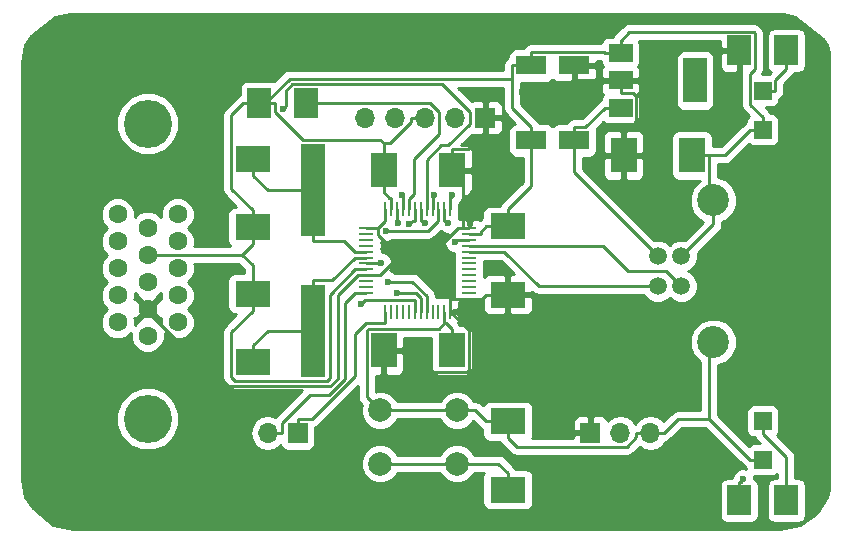
<source format=gbr>
G04 #@! TF.FileFunction,Copper,L1,Top,Signal*
%FSLAX46Y46*%
G04 Gerber Fmt 4.6, Leading zero omitted, Abs format (unit mm)*
G04 Created by KiCad (PCBNEW 4.0.6+dfsg1-1) date Wed Jan 10 10:56:04 2018*
%MOMM*%
%LPD*%
G01*
G04 APERTURE LIST*
%ADD10C,0.100000*%
%ADD11R,3.000000X2.200000*%
%ADD12R,2.200000X3.000000*%
%ADD13R,2.600000X1.600000*%
%ADD14R,1.500000X1.500000*%
%ADD15R,1.700000X1.700000*%
%ADD16O,1.700000X1.700000*%
%ADD17C,1.520000*%
%ADD18C,2.700000*%
%ADD19C,4.064000*%
%ADD20C,1.600200*%
%ADD21R,2.000000X2.500000*%
%ADD22C,2.000000*%
%ADD23R,2.000000X3.800000*%
%ADD24R,2.000000X1.500000*%
%ADD25R,1.300000X0.250000*%
%ADD26R,0.250000X1.300000*%
%ADD27R,2.000000X7.875000*%
%ADD28C,0.600000*%
%ADD29C,0.250000*%
%ADD30C,0.254000*%
G04 APERTURE END LIST*
D10*
D11*
X20320000Y-12975000D03*
X20320000Y-18775000D03*
D12*
X37190000Y-13970000D03*
X31390000Y-13970000D03*
X31390000Y-29210000D03*
X37190000Y-29210000D03*
D11*
X41910000Y-41000000D03*
X41910000Y-35200000D03*
X20320000Y-30205000D03*
X20320000Y-24405000D03*
X41910000Y-24490000D03*
X41910000Y-18690000D03*
D13*
X47520000Y-11430000D03*
X43920000Y-11430000D03*
X47520000Y-5080000D03*
X43920000Y-5080000D03*
D12*
X51710000Y-12700000D03*
X57510000Y-12700000D03*
D14*
X63500000Y-7240000D03*
X63500000Y-10540000D03*
X63500000Y-35180000D03*
X63500000Y-38480000D03*
D15*
X48895000Y-36195000D03*
D16*
X51435000Y-36195000D03*
X53975000Y-36195000D03*
D15*
X24130000Y-36195000D03*
D16*
X21590000Y-36195000D03*
D17*
X54610000Y-23770000D03*
X54610000Y-21230000D03*
X56610000Y-21230000D03*
X56610000Y-23770000D03*
D18*
X59310000Y-28500000D03*
X59310000Y-16500000D03*
D19*
X11430000Y-34999340D03*
X11430000Y-10000660D03*
D20*
X8890000Y-17670000D03*
X11430000Y-18815000D03*
X8890000Y-19960000D03*
X8890000Y-22250000D03*
X8890000Y-24540000D03*
X8890000Y-26830000D03*
X11430000Y-21105000D03*
X11430000Y-23395000D03*
X11430000Y-25685000D03*
X11430000Y-27975000D03*
X13970000Y-17670000D03*
X13970000Y-19960000D03*
X13970000Y-22250000D03*
X13970000Y-24540000D03*
X13970000Y-26830000D03*
D15*
X40005000Y-9525000D03*
D16*
X37465000Y-9525000D03*
X34925000Y-9525000D03*
X32385000Y-9525000D03*
X29845000Y-9525000D03*
D21*
X61500000Y-3810000D03*
X65500000Y-3810000D03*
X61500000Y-41910000D03*
X65500000Y-41910000D03*
X20860000Y-8255000D03*
X24860000Y-8255000D03*
D22*
X31115000Y-38790000D03*
X31115000Y-34290000D03*
X37615000Y-38790000D03*
X37615000Y-34290000D03*
D23*
X57760000Y-6350000D03*
D24*
X51460000Y-6350000D03*
X51460000Y-8650000D03*
X51460000Y-4050000D03*
D25*
X29940000Y-18840000D03*
X29940000Y-19340000D03*
X29940000Y-19840000D03*
X29940000Y-20340000D03*
X29940000Y-20840000D03*
X29940000Y-21340000D03*
X29940000Y-21840000D03*
X29940000Y-22340000D03*
X29940000Y-22840000D03*
X29940000Y-23340000D03*
X29940000Y-23840000D03*
X29940000Y-24340000D03*
D26*
X31540000Y-25940000D03*
X32040000Y-25940000D03*
X32540000Y-25940000D03*
X33040000Y-25940000D03*
X33540000Y-25940000D03*
X34040000Y-25940000D03*
X34540000Y-25940000D03*
X35040000Y-25940000D03*
X35540000Y-25940000D03*
X36040000Y-25940000D03*
X36540000Y-25940000D03*
X37040000Y-25940000D03*
D25*
X38640000Y-24340000D03*
X38640000Y-23840000D03*
X38640000Y-23340000D03*
X38640000Y-22840000D03*
X38640000Y-22340000D03*
X38640000Y-21840000D03*
X38640000Y-21340000D03*
X38640000Y-20840000D03*
X38640000Y-20340000D03*
X38640000Y-19840000D03*
X38640000Y-19340000D03*
X38640000Y-18840000D03*
D26*
X37040000Y-17240000D03*
X36540000Y-17240000D03*
X36040000Y-17240000D03*
X35540000Y-17240000D03*
X35040000Y-17240000D03*
X34540000Y-17240000D03*
X34040000Y-17240000D03*
X33540000Y-17240000D03*
X33040000Y-17240000D03*
X32540000Y-17240000D03*
X32040000Y-17240000D03*
X31540000Y-17240000D03*
D27*
X25400000Y-15652500D03*
X25400000Y-27527500D03*
D28*
X43097200Y-7349200D03*
X31206100Y-21840000D03*
X37189300Y-16080100D03*
X37463300Y-20043200D03*
X35693000Y-16030000D03*
X22857000Y-8786500D03*
X34930300Y-18435600D03*
X33580600Y-18480900D03*
X32943700Y-16083300D03*
X32631000Y-18398600D03*
X29517700Y-25308300D03*
X32549500Y-24337200D03*
X31753100Y-23374500D03*
X31584400Y-19106300D03*
X36853900Y-18419300D03*
X61842600Y-40124900D03*
D29*
X21572200Y-15652500D02*
X20320000Y-14400300D01*
X25400000Y-15652500D02*
X21572200Y-15652500D01*
X20320000Y-12975000D02*
X20320000Y-14400300D01*
X28040000Y-19915300D02*
X25400000Y-19915300D01*
X28964700Y-20840000D02*
X28040000Y-19915300D01*
X29940000Y-20840000D02*
X28964700Y-20840000D01*
X25400000Y-15652500D02*
X25400000Y-19915300D01*
X36720600Y-26915300D02*
X37190000Y-27384700D01*
X36540000Y-26915300D02*
X36720600Y-26915300D01*
X37190000Y-29210000D02*
X37190000Y-27384700D01*
X50039400Y-3954700D02*
X43920000Y-3954700D01*
X50134700Y-4050000D02*
X50039400Y-3954700D01*
X43920000Y-5080000D02*
X43920000Y-3954700D01*
X20320000Y-18775000D02*
X20320000Y-20200300D01*
X57510000Y-12700000D02*
X58935300Y-12700000D01*
X34925000Y-9525000D02*
X33749700Y-9525000D01*
X31859400Y-16264700D02*
X31390000Y-15795300D01*
X32040000Y-16264700D02*
X31859400Y-16264700D01*
X31390000Y-13970000D02*
X31390000Y-15795300D01*
X32040000Y-17240000D02*
X32040000Y-16264700D01*
X31390000Y-13970000D02*
X31390000Y-12144700D01*
X36540000Y-25940000D02*
X36540000Y-26802700D01*
X36540000Y-26802700D02*
X36540000Y-26915300D01*
X29954500Y-33129500D02*
X31115000Y-34290000D01*
X29954500Y-27525500D02*
X29954500Y-33129500D01*
X30114400Y-27365600D02*
X29954500Y-27525500D01*
X36089700Y-27365600D02*
X30114400Y-27365600D01*
X36540000Y-26915300D02*
X36089700Y-27365600D01*
X31390000Y-11673600D02*
X31390000Y-12144700D01*
X31968400Y-11673600D02*
X31390000Y-11673600D01*
X33749700Y-9892300D02*
X31968400Y-11673600D01*
X33749700Y-9525000D02*
X33749700Y-9892300D01*
X21522700Y-8255000D02*
X20860000Y-8255000D01*
X18494600Y-15524300D02*
X20320000Y-17349700D01*
X18494600Y-9295100D02*
X18494600Y-15524300D01*
X19534700Y-8255000D02*
X18494600Y-9295100D01*
X20860000Y-8255000D02*
X19534700Y-8255000D01*
X20320000Y-18775000D02*
X20320000Y-17349700D01*
X50797400Y-4050000D02*
X50134700Y-4050000D01*
X31115000Y-34290000D02*
X37615000Y-34290000D01*
X39174700Y-34290000D02*
X40084700Y-35200000D01*
X37615000Y-34290000D02*
X39174700Y-34290000D01*
X41910000Y-35200000D02*
X40084700Y-35200000D01*
X21522700Y-8255000D02*
X21648900Y-8255000D01*
X21648900Y-8255000D02*
X22185300Y-8255000D01*
X42294700Y-6198100D02*
X42294400Y-6198400D01*
X42294700Y-5080000D02*
X42294700Y-6198100D01*
X42294400Y-8679100D02*
X43920000Y-10304700D01*
X42294400Y-6198400D02*
X42294400Y-8679100D01*
X43920000Y-5080000D02*
X42294700Y-5080000D01*
X50797400Y-4050000D02*
X51460000Y-4050000D01*
X62424700Y-8389400D02*
X63500000Y-9464700D01*
X62424700Y-5768600D02*
X62424700Y-8389400D01*
X62825400Y-5367900D02*
X62424700Y-5768600D01*
X62825400Y-2339000D02*
X62825400Y-5367900D01*
X62721000Y-2234600D02*
X62825400Y-2339000D01*
X52200100Y-2234600D02*
X62721000Y-2234600D01*
X51460000Y-2974700D02*
X52200100Y-2234600D01*
X51460000Y-4050000D02*
X51460000Y-2974700D01*
X63500000Y-10540000D02*
X63500000Y-9464700D01*
X63500000Y-10540000D02*
X62424700Y-10540000D01*
X60264700Y-12700000D02*
X62424700Y-10540000D01*
X58935300Y-12700000D02*
X60264700Y-12700000D01*
X43920000Y-10952500D02*
X43920000Y-10304700D01*
X43920000Y-10952500D02*
X43920000Y-11430000D01*
X43920000Y-15254700D02*
X41910000Y-17264700D01*
X43920000Y-11430000D02*
X43920000Y-15254700D01*
X41910000Y-18690000D02*
X41910000Y-17264700D01*
X39615300Y-19159400D02*
X40084700Y-18690000D01*
X39615300Y-19340000D02*
X39615300Y-19159400D01*
X41910000Y-18690000D02*
X40084700Y-18690000D01*
X38640000Y-19340000D02*
X39615300Y-19340000D01*
X41910000Y-35200000D02*
X41910000Y-36625300D01*
X42655100Y-37370400D02*
X41910000Y-36625300D01*
X51991600Y-37370400D02*
X42655100Y-37370400D01*
X52799700Y-36562300D02*
X51991600Y-37370400D01*
X52799700Y-36195000D02*
X52799700Y-36562300D01*
X53975000Y-36195000D02*
X52799700Y-36195000D01*
X31106000Y-11389600D02*
X31390000Y-11673600D01*
X24544500Y-11389600D02*
X31106000Y-11389600D01*
X22185300Y-9030400D02*
X24544500Y-11389600D01*
X22185300Y-8255000D02*
X22185300Y-9030400D01*
X63500000Y-38480000D02*
X62424700Y-38480000D01*
X58959700Y-28850300D02*
X58959700Y-35015000D01*
X59310000Y-28500000D02*
X58959700Y-28850300D01*
X56330300Y-35015000D02*
X58959700Y-35015000D01*
X55150300Y-36195000D02*
X56330300Y-35015000D01*
X58959700Y-35015000D02*
X62424700Y-38480000D01*
X53975000Y-36195000D02*
X55150300Y-36195000D01*
X58935300Y-16125300D02*
X58935300Y-12700000D01*
X59310000Y-16500000D02*
X58935300Y-16125300D01*
X59310000Y-18530000D02*
X59310000Y-16500000D01*
X56610000Y-21230000D02*
X59310000Y-18530000D01*
X21648900Y-7982900D02*
X21648900Y-8255000D01*
X23433400Y-6198400D02*
X21648900Y-7982900D01*
X42294400Y-6198400D02*
X23433400Y-6198400D01*
X19411600Y-21105000D02*
X19413500Y-21106800D01*
X11430000Y-21105000D02*
X19411600Y-21105000D01*
X19413500Y-21106800D02*
X20320000Y-20200300D01*
X20320000Y-22013400D02*
X20320000Y-24405000D01*
X19413500Y-21106800D02*
X20320000Y-22013400D01*
X18470600Y-27679700D02*
X20320000Y-25830300D01*
X18470600Y-31418200D02*
X18470600Y-27679700D01*
X18842800Y-31790400D02*
X18470600Y-31418200D01*
X26604900Y-31790400D02*
X18842800Y-31790400D01*
X26824500Y-31570800D02*
X26604900Y-31790400D01*
X26824500Y-24480200D02*
X26824500Y-31570800D01*
X28964700Y-22340000D02*
X26824500Y-24480200D01*
X29940000Y-22340000D02*
X28964700Y-22340000D01*
X20320000Y-24405000D02*
X20320000Y-25830300D01*
X51710000Y-12700000D02*
X51710000Y-10874700D01*
X38560600Y-12144700D02*
X37190000Y-12144700D01*
X40005000Y-10700300D02*
X38560600Y-12144700D01*
X40005000Y-9525000D02*
X40005000Y-10700300D01*
X37190000Y-13970000D02*
X37190000Y-12144700D01*
X47520000Y-5080000D02*
X47520000Y-6205300D01*
X47664700Y-6350000D02*
X47520000Y-6205300D01*
X51460000Y-6350000D02*
X47664700Y-6350000D01*
X51460000Y-6350000D02*
X51460000Y-7425300D01*
X56659600Y-3810000D02*
X52789800Y-7679800D01*
X61500000Y-3810000D02*
X56659600Y-3810000D01*
X52789800Y-9794900D02*
X52789800Y-7679800D01*
X51710000Y-10874700D02*
X52789800Y-9794900D01*
X52535300Y-7425300D02*
X51460000Y-7425300D01*
X52789800Y-7679800D02*
X52535300Y-7425300D01*
X41910000Y-24490000D02*
X40084700Y-24490000D01*
X39751100Y-24823600D02*
X40084700Y-24490000D01*
X37040000Y-24823600D02*
X39751100Y-24823600D01*
X31390000Y-29210000D02*
X32815300Y-29210000D01*
X37040000Y-24823600D02*
X37040000Y-25940000D01*
X42381900Y-30857200D02*
X38615400Y-30857200D01*
X47719700Y-36195000D02*
X42381900Y-30857200D01*
X38615400Y-27515400D02*
X38615400Y-30857200D01*
X37040000Y-25940000D02*
X38615400Y-27515400D01*
X34640700Y-31035400D02*
X32815300Y-29210000D01*
X38437200Y-31035400D02*
X34640700Y-31035400D01*
X38615400Y-30857200D02*
X38437200Y-31035400D01*
X48895000Y-36195000D02*
X47719700Y-36195000D01*
X31540000Y-18215300D02*
X30915300Y-18840000D01*
X31540000Y-17240000D02*
X31540000Y-18215300D01*
X46376100Y-7349200D02*
X47520000Y-6205300D01*
X43097200Y-7349200D02*
X46376100Y-7349200D01*
X29940000Y-18840000D02*
X30802700Y-18840000D01*
X30802700Y-18840000D02*
X30915300Y-18840000D01*
X30937200Y-19425400D02*
X32723300Y-21211500D01*
X30937200Y-18974500D02*
X30937200Y-19425400D01*
X30802700Y-18840000D02*
X30937200Y-18974500D01*
X38640000Y-18840000D02*
X38152400Y-18840000D01*
X38152400Y-18840000D02*
X37664700Y-18840000D01*
X38152400Y-14932400D02*
X37190000Y-13970000D01*
X38152400Y-18840000D02*
X38152400Y-14932400D01*
X35212500Y-21292200D02*
X37664700Y-18840000D01*
X37040000Y-23119700D02*
X35212500Y-21292200D01*
X37040000Y-24823600D02*
X37040000Y-23119700D01*
X35131800Y-21211500D02*
X32723300Y-21211500D01*
X35212500Y-21292200D02*
X35131800Y-21211500D01*
X31094800Y-22840000D02*
X29940000Y-22840000D01*
X32723300Y-21211500D02*
X31094800Y-22840000D01*
X11430000Y-25931400D02*
X11430000Y-25685000D01*
X17748700Y-32250100D02*
X11430000Y-25931400D01*
X26850200Y-32250100D02*
X17748700Y-32250100D01*
X27509400Y-31590900D02*
X26850200Y-32250100D01*
X27509400Y-24520500D02*
X27509400Y-31590900D01*
X29189900Y-22840000D02*
X27509400Y-24520500D01*
X29940000Y-22840000D02*
X29189900Y-22840000D01*
X41910000Y-41000000D02*
X41910000Y-39574700D01*
X29940000Y-21840000D02*
X31206100Y-21840000D01*
X41125300Y-38790000D02*
X37615000Y-38790000D01*
X41910000Y-39574700D02*
X41125300Y-38790000D01*
X37615000Y-38790000D02*
X31115000Y-38790000D01*
X21572200Y-27527500D02*
X20320000Y-28779700D01*
X25400000Y-27527500D02*
X21572200Y-27527500D01*
X20320000Y-30205000D02*
X20320000Y-28779700D01*
X27040000Y-23264700D02*
X25400000Y-23264700D01*
X28964700Y-21340000D02*
X27040000Y-23264700D01*
X29940000Y-21340000D02*
X28964700Y-21340000D01*
X25400000Y-27527500D02*
X25400000Y-23264700D01*
X47520000Y-14140000D02*
X47520000Y-11430000D01*
X54610000Y-21230000D02*
X47520000Y-14140000D01*
X48480000Y-10304700D02*
X47520000Y-10304700D01*
X50134700Y-8650000D02*
X48480000Y-10304700D01*
X51460000Y-8650000D02*
X50134700Y-8650000D01*
X47520000Y-11430000D02*
X47520000Y-10304700D01*
X44555000Y-23770000D02*
X54610000Y-23770000D01*
X41625000Y-20840000D02*
X44555000Y-23770000D01*
X38640000Y-20840000D02*
X41625000Y-20840000D01*
X55340000Y-22500000D02*
X56610000Y-23770000D01*
X52121400Y-22500000D02*
X55340000Y-22500000D01*
X49961400Y-20340000D02*
X52121400Y-22500000D01*
X38640000Y-20340000D02*
X49961400Y-20340000D01*
X37189300Y-16115400D02*
X37189300Y-16080100D01*
X37040000Y-16264700D02*
X37189300Y-16115400D01*
X37040000Y-17240000D02*
X37040000Y-16264700D01*
X38640000Y-19840000D02*
X37664700Y-19840000D01*
X37664700Y-19841800D02*
X37463300Y-20043200D01*
X37664700Y-19840000D02*
X37664700Y-19841800D01*
X64575300Y-6310000D02*
X64575300Y-7240000D01*
X65500000Y-5385300D02*
X64575300Y-6310000D01*
X65500000Y-3810000D02*
X65500000Y-5385300D01*
X63500000Y-7240000D02*
X64575300Y-7240000D01*
X65500000Y-38255300D02*
X63500000Y-36255300D01*
X65500000Y-41910000D02*
X65500000Y-38255300D01*
X63500000Y-35180000D02*
X63500000Y-36255300D01*
X35348700Y-8255000D02*
X24860000Y-8255000D01*
X36101000Y-9007300D02*
X35348700Y-8255000D01*
X36101000Y-10849300D02*
X36101000Y-9007300D01*
X33960300Y-12990000D02*
X36101000Y-10849300D01*
X33960300Y-15988500D02*
X33960300Y-12990000D01*
X33540000Y-16408800D02*
X33960300Y-15988500D01*
X33540000Y-17240000D02*
X33540000Y-16408800D01*
X35540000Y-16183000D02*
X35693000Y-16030000D01*
X35540000Y-17240000D02*
X35540000Y-16183000D01*
X35040000Y-13051300D02*
X35040000Y-17240000D01*
X36267000Y-11824300D02*
X35040000Y-13051300D01*
X36873500Y-11824300D02*
X36267000Y-11824300D01*
X38672200Y-10025600D02*
X36873500Y-11824300D01*
X38672200Y-8996300D02*
X38672200Y-10025600D01*
X36355500Y-6679600D02*
X38672200Y-8996300D01*
X23675000Y-6679600D02*
X36355500Y-6679600D01*
X23105400Y-7249200D02*
X23675000Y-6679600D01*
X23105400Y-8538200D02*
X23105400Y-7249200D01*
X23105300Y-8538200D02*
X23105400Y-8538200D01*
X22857000Y-8786500D02*
X23105300Y-8538200D01*
X34710000Y-18215300D02*
X34930300Y-18435600D01*
X34540000Y-18215300D02*
X34710000Y-18215300D01*
X34540000Y-17240000D02*
X34540000Y-18215300D01*
X33846200Y-18215300D02*
X33580600Y-18480900D01*
X34040000Y-18215300D02*
X33846200Y-18215300D01*
X34040000Y-17240000D02*
X34040000Y-18215300D01*
X33040000Y-17240000D02*
X33040000Y-16264700D01*
X33040000Y-16179600D02*
X32943700Y-16083300D01*
X33040000Y-16264700D02*
X33040000Y-16179600D01*
X32540000Y-18307600D02*
X32631000Y-18398600D01*
X32540000Y-17240000D02*
X32540000Y-18307600D01*
X34040000Y-25940000D02*
X34040000Y-24964700D01*
X29861300Y-24964700D02*
X34040000Y-24964700D01*
X29517700Y-25308300D02*
X29861300Y-24964700D01*
X34106000Y-24337200D02*
X32549500Y-24337200D01*
X34540000Y-24771200D02*
X34106000Y-24337200D01*
X34540000Y-25940000D02*
X34540000Y-24771200D01*
X35040000Y-25940000D02*
X35040000Y-24964700D01*
X33833400Y-23374500D02*
X31753100Y-23374500D01*
X35040000Y-24581100D02*
X33833400Y-23374500D01*
X35040000Y-24964700D02*
X35040000Y-24581100D01*
X36040000Y-17240000D02*
X36040000Y-18215300D01*
X35149000Y-19106300D02*
X31584400Y-19106300D01*
X36040000Y-18215300D02*
X35149000Y-19106300D01*
X31540000Y-25940000D02*
X31540000Y-26915300D01*
X24130000Y-36195000D02*
X24130000Y-35019700D01*
X29927800Y-26915300D02*
X31540000Y-26915300D01*
X28984900Y-27858200D02*
X29927800Y-26915300D01*
X28984900Y-31389200D02*
X28984900Y-27858200D01*
X25354400Y-35019700D02*
X28984900Y-31389200D01*
X24130000Y-35019700D02*
X25354400Y-35019700D01*
X29940000Y-24340000D02*
X28964700Y-24340000D01*
X21590000Y-36195000D02*
X22765300Y-36195000D01*
X28118700Y-25186000D02*
X28964700Y-24340000D01*
X28118700Y-31618500D02*
X28118700Y-25186000D01*
X26783300Y-32953900D02*
X28118700Y-31618500D01*
X25198400Y-32953900D02*
X26783300Y-32953900D01*
X22765300Y-35387000D02*
X25198400Y-32953900D01*
X22765300Y-36195000D02*
X22765300Y-35387000D01*
X61500000Y-41910000D02*
X61500000Y-40334700D01*
X61632800Y-40334700D02*
X61500000Y-40334700D01*
X61842600Y-40124900D02*
X61632800Y-40334700D01*
X36649900Y-18215300D02*
X36853900Y-18419300D01*
X36540000Y-18215300D02*
X36649900Y-18215300D01*
X36540000Y-17240000D02*
X36540000Y-18215300D01*
D30*
G36*
X66261498Y-974837D02*
X68609657Y-2853365D01*
X68950592Y-3363610D01*
X69088000Y-4054407D01*
X69088000Y-40945593D01*
X68950592Y-41636390D01*
X68228869Y-42716525D01*
X67716527Y-43228867D01*
X66636390Y-43950592D01*
X64930069Y-44290000D01*
X5069931Y-44290000D01*
X3397453Y-43957324D01*
X1684629Y-42587064D01*
X1049408Y-41636390D01*
X762000Y-40191491D01*
X762000Y-39113795D01*
X29479716Y-39113795D01*
X29728106Y-39714943D01*
X30187637Y-40175278D01*
X30788352Y-40424716D01*
X31438795Y-40425284D01*
X32039943Y-40176894D01*
X32500278Y-39717363D01*
X32569773Y-39550000D01*
X36159953Y-39550000D01*
X36228106Y-39714943D01*
X36687637Y-40175278D01*
X37288352Y-40424716D01*
X37938795Y-40425284D01*
X38539943Y-40176894D01*
X39000278Y-39717363D01*
X39069773Y-39550000D01*
X39880605Y-39550000D01*
X39813569Y-39648110D01*
X39762560Y-39900000D01*
X39762560Y-42100000D01*
X39806838Y-42335317D01*
X39945910Y-42551441D01*
X40158110Y-42696431D01*
X40410000Y-42747440D01*
X43410000Y-42747440D01*
X43645317Y-42703162D01*
X43861441Y-42564090D01*
X44006431Y-42351890D01*
X44057440Y-42100000D01*
X44057440Y-39900000D01*
X44013162Y-39664683D01*
X43874090Y-39448559D01*
X43661890Y-39303569D01*
X43410000Y-39252560D01*
X42591234Y-39252560D01*
X42447401Y-39037299D01*
X41662701Y-38252599D01*
X41416139Y-38087852D01*
X41125300Y-38030000D01*
X39070047Y-38030000D01*
X39001894Y-37865057D01*
X38542363Y-37404722D01*
X37941648Y-37155284D01*
X37291205Y-37154716D01*
X36690057Y-37403106D01*
X36229722Y-37862637D01*
X36160227Y-38030000D01*
X32570047Y-38030000D01*
X32501894Y-37865057D01*
X32042363Y-37404722D01*
X31441648Y-37155284D01*
X30791205Y-37154716D01*
X30190057Y-37403106D01*
X29729722Y-37862637D01*
X29480284Y-38463352D01*
X29479716Y-39113795D01*
X762000Y-39113795D01*
X762000Y-35527512D01*
X8762538Y-35527512D01*
X9167709Y-36508101D01*
X9917293Y-37258995D01*
X10897173Y-37665876D01*
X11958172Y-37666802D01*
X12938761Y-37261631D01*
X13689655Y-36512047D01*
X14096536Y-35532167D01*
X14097462Y-34471168D01*
X13692291Y-33490579D01*
X12942707Y-32739685D01*
X11962827Y-32332804D01*
X10901828Y-32331878D01*
X9921239Y-32737049D01*
X9170345Y-33486633D01*
X8763464Y-34466513D01*
X8762538Y-35527512D01*
X762000Y-35527512D01*
X762000Y-17954207D01*
X7454652Y-17954207D01*
X7672672Y-18481857D01*
X8005461Y-18815227D01*
X7674091Y-19146020D01*
X7455150Y-19673289D01*
X7454652Y-20244207D01*
X7672672Y-20771857D01*
X8005461Y-21105227D01*
X7674091Y-21436020D01*
X7455150Y-21963289D01*
X7454652Y-22534207D01*
X7672672Y-23061857D01*
X8005461Y-23395227D01*
X7674091Y-23726020D01*
X7455150Y-24253289D01*
X7454652Y-24824207D01*
X7672672Y-25351857D01*
X8005461Y-25685227D01*
X7674091Y-26016020D01*
X7455150Y-26543289D01*
X7454652Y-27114207D01*
X7672672Y-27641857D01*
X8076020Y-28045909D01*
X8603289Y-28264850D01*
X9174207Y-28265348D01*
X9701857Y-28047328D01*
X9995092Y-27754604D01*
X9994652Y-28259207D01*
X10212672Y-28786857D01*
X10616020Y-29190909D01*
X11143289Y-29409850D01*
X11714207Y-29410348D01*
X12241857Y-29192328D01*
X12645909Y-28788980D01*
X12864850Y-28261711D01*
X12865292Y-27754674D01*
X13156020Y-28045909D01*
X13683289Y-28264850D01*
X14254207Y-28265348D01*
X14781857Y-28047328D01*
X15185909Y-27643980D01*
X15404850Y-27116711D01*
X15405348Y-26545793D01*
X15187328Y-26018143D01*
X14854539Y-25684773D01*
X15185909Y-25353980D01*
X15404850Y-24826711D01*
X15405348Y-24255793D01*
X15187328Y-23728143D01*
X14854539Y-23394773D01*
X15185909Y-23063980D01*
X15404850Y-22536711D01*
X15405348Y-21965793D01*
X15363701Y-21865000D01*
X19096873Y-21865000D01*
X19560000Y-22328178D01*
X19560000Y-22657560D01*
X18820000Y-22657560D01*
X18584683Y-22701838D01*
X18368559Y-22840910D01*
X18223569Y-23053110D01*
X18172560Y-23305000D01*
X18172560Y-25505000D01*
X18216838Y-25740317D01*
X18355910Y-25956441D01*
X18568110Y-26101431D01*
X18820000Y-26152440D01*
X18923058Y-26152440D01*
X17933199Y-27142299D01*
X17768452Y-27388861D01*
X17710600Y-27679700D01*
X17710600Y-31418200D01*
X17768452Y-31709039D01*
X17933199Y-31955601D01*
X18305399Y-32327801D01*
X18551960Y-32492548D01*
X18842800Y-32550400D01*
X24527098Y-32550400D01*
X22233377Y-34844121D01*
X22158285Y-34793946D01*
X21590000Y-34680907D01*
X21021715Y-34793946D01*
X20539946Y-35115853D01*
X20218039Y-35597622D01*
X20105000Y-36165907D01*
X20105000Y-36224093D01*
X20218039Y-36792378D01*
X20539946Y-37274147D01*
X21021715Y-37596054D01*
X21590000Y-37709093D01*
X22158285Y-37596054D01*
X22640054Y-37274147D01*
X22667850Y-37232548D01*
X22676838Y-37280317D01*
X22815910Y-37496441D01*
X23028110Y-37641431D01*
X23280000Y-37692440D01*
X24980000Y-37692440D01*
X25215317Y-37648162D01*
X25431441Y-37509090D01*
X25576431Y-37296890D01*
X25627440Y-37045000D01*
X25627440Y-35725388D01*
X25645239Y-35721848D01*
X25891801Y-35557101D01*
X29194500Y-32254402D01*
X29194500Y-33129500D01*
X29252352Y-33420339D01*
X29417099Y-33666901D01*
X29548725Y-33798527D01*
X29480284Y-33963352D01*
X29479716Y-34613795D01*
X29728106Y-35214943D01*
X30187637Y-35675278D01*
X30788352Y-35924716D01*
X31438795Y-35925284D01*
X32039943Y-35676894D01*
X32500278Y-35217363D01*
X32569773Y-35050000D01*
X36159953Y-35050000D01*
X36228106Y-35214943D01*
X36687637Y-35675278D01*
X37288352Y-35924716D01*
X37938795Y-35925284D01*
X38539943Y-35676894D01*
X39000278Y-35217363D01*
X39008195Y-35198297D01*
X39547299Y-35737401D01*
X39762560Y-35881234D01*
X39762560Y-36300000D01*
X39806838Y-36535317D01*
X39945910Y-36751441D01*
X40158110Y-36896431D01*
X40410000Y-36947440D01*
X41228767Y-36947440D01*
X41372599Y-37162701D01*
X42117699Y-37907801D01*
X42364261Y-38072548D01*
X42655100Y-38130400D01*
X51991600Y-38130400D01*
X52282439Y-38072548D01*
X52529001Y-37907801D01*
X53067442Y-37369360D01*
X53406715Y-37596054D01*
X53975000Y-37709093D01*
X54543285Y-37596054D01*
X55025054Y-37274147D01*
X55251790Y-36934812D01*
X55441139Y-36897148D01*
X55687701Y-36732401D01*
X56645102Y-35775000D01*
X58644898Y-35775000D01*
X61887299Y-39017401D01*
X62102560Y-39161233D01*
X62102560Y-39220441D01*
X62029399Y-39190062D01*
X61657433Y-39189738D01*
X61313657Y-39331783D01*
X61050408Y-39594573D01*
X60967622Y-39793943D01*
X60962599Y-39797299D01*
X60818767Y-40012560D01*
X60500000Y-40012560D01*
X60264683Y-40056838D01*
X60048559Y-40195910D01*
X59903569Y-40408110D01*
X59852560Y-40660000D01*
X59852560Y-43160000D01*
X59896838Y-43395317D01*
X60035910Y-43611441D01*
X60248110Y-43756431D01*
X60500000Y-43807440D01*
X62500000Y-43807440D01*
X62735317Y-43763162D01*
X62951441Y-43624090D01*
X63096431Y-43411890D01*
X63147440Y-43160000D01*
X63147440Y-40660000D01*
X63103162Y-40424683D01*
X62964090Y-40208559D01*
X62777639Y-40081162D01*
X62777762Y-39939733D01*
X62752023Y-39877440D01*
X64250000Y-39877440D01*
X64485317Y-39833162D01*
X64701441Y-39694090D01*
X64740000Y-39637657D01*
X64740000Y-40012560D01*
X64500000Y-40012560D01*
X64264683Y-40056838D01*
X64048559Y-40195910D01*
X63903569Y-40408110D01*
X63852560Y-40660000D01*
X63852560Y-43160000D01*
X63896838Y-43395317D01*
X64035910Y-43611441D01*
X64248110Y-43756431D01*
X64500000Y-43807440D01*
X66500000Y-43807440D01*
X66735317Y-43763162D01*
X66951441Y-43624090D01*
X67096431Y-43411890D01*
X67147440Y-43160000D01*
X67147440Y-40660000D01*
X67103162Y-40424683D01*
X66964090Y-40208559D01*
X66751890Y-40063569D01*
X66500000Y-40012560D01*
X66260000Y-40012560D01*
X66260000Y-38255300D01*
X66202148Y-37964461D01*
X66037401Y-37717899D01*
X64706373Y-36386871D01*
X64846431Y-36181890D01*
X64897440Y-35930000D01*
X64897440Y-34430000D01*
X64853162Y-34194683D01*
X64714090Y-33978559D01*
X64501890Y-33833569D01*
X64250000Y-33782560D01*
X62750000Y-33782560D01*
X62514683Y-33826838D01*
X62298559Y-33965910D01*
X62153569Y-34178110D01*
X62102560Y-34430000D01*
X62102560Y-35930000D01*
X62146838Y-36165317D01*
X62285910Y-36381441D01*
X62498110Y-36526431D01*
X62750000Y-36577440D01*
X62818767Y-36577440D01*
X62962599Y-36792701D01*
X63252458Y-37082560D01*
X62750000Y-37082560D01*
X62514683Y-37126838D01*
X62298559Y-37265910D01*
X62293222Y-37273720D01*
X59719700Y-34700198D01*
X59719700Y-30478488D01*
X60432943Y-30183782D01*
X60991819Y-29625880D01*
X61294654Y-28896573D01*
X61295343Y-28106891D01*
X60993782Y-27377057D01*
X60435880Y-26818181D01*
X59706573Y-26515346D01*
X58916891Y-26514657D01*
X58187057Y-26816218D01*
X57628181Y-27374120D01*
X57325346Y-28103427D01*
X57324657Y-28893109D01*
X57626218Y-29622943D01*
X58184120Y-30181819D01*
X58199700Y-30188288D01*
X58199700Y-34255000D01*
X56330300Y-34255000D01*
X56039461Y-34312852D01*
X55792899Y-34477599D01*
X55076961Y-35193537D01*
X55025054Y-35115853D01*
X54543285Y-34793946D01*
X53975000Y-34680907D01*
X53406715Y-34793946D01*
X52924946Y-35115853D01*
X52705000Y-35445026D01*
X52485054Y-35115853D01*
X52003285Y-34793946D01*
X51435000Y-34680907D01*
X50866715Y-34793946D01*
X50384946Y-35115853D01*
X50355597Y-35159777D01*
X50283327Y-34985302D01*
X50104699Y-34806673D01*
X49871310Y-34710000D01*
X49180750Y-34710000D01*
X49022000Y-34868750D01*
X49022000Y-36068000D01*
X49042000Y-36068000D01*
X49042000Y-36322000D01*
X49022000Y-36322000D01*
X49022000Y-36342000D01*
X48768000Y-36342000D01*
X48768000Y-36322000D01*
X47568750Y-36322000D01*
X47410000Y-36480750D01*
X47410000Y-36610400D01*
X43966453Y-36610400D01*
X44006431Y-36551890D01*
X44057440Y-36300000D01*
X44057440Y-35218691D01*
X47410000Y-35218691D01*
X47410000Y-35909250D01*
X47568750Y-36068000D01*
X48768000Y-36068000D01*
X48768000Y-34868750D01*
X48609250Y-34710000D01*
X47918690Y-34710000D01*
X47685301Y-34806673D01*
X47506673Y-34985302D01*
X47410000Y-35218691D01*
X44057440Y-35218691D01*
X44057440Y-34100000D01*
X44013162Y-33864683D01*
X43874090Y-33648559D01*
X43661890Y-33503569D01*
X43410000Y-33452560D01*
X40410000Y-33452560D01*
X40174683Y-33496838D01*
X39958559Y-33635910D01*
X39813569Y-33848110D01*
X39812566Y-33853064D01*
X39712101Y-33752599D01*
X39465539Y-33587852D01*
X39174700Y-33530000D01*
X39070047Y-33530000D01*
X39001894Y-33365057D01*
X38542363Y-32904722D01*
X37941648Y-32655284D01*
X37291205Y-32654716D01*
X36690057Y-32903106D01*
X36229722Y-33362637D01*
X36160227Y-33530000D01*
X32570047Y-33530000D01*
X32501894Y-33365057D01*
X32042363Y-32904722D01*
X31441648Y-32655284D01*
X30791205Y-32654716D01*
X30714500Y-32686410D01*
X30714500Y-31345000D01*
X31104250Y-31345000D01*
X31263000Y-31186250D01*
X31263000Y-29337000D01*
X31517000Y-29337000D01*
X31517000Y-31186250D01*
X31675750Y-31345000D01*
X32616309Y-31345000D01*
X32849698Y-31248327D01*
X33028327Y-31069699D01*
X33125000Y-30836310D01*
X33125000Y-29495750D01*
X32966250Y-29337000D01*
X31517000Y-29337000D01*
X31263000Y-29337000D01*
X31243000Y-29337000D01*
X31243000Y-29083000D01*
X31263000Y-29083000D01*
X31263000Y-29063000D01*
X31517000Y-29063000D01*
X31517000Y-29083000D01*
X32966250Y-29083000D01*
X33125000Y-28924250D01*
X33125000Y-28125600D01*
X35442560Y-28125600D01*
X35442560Y-30710000D01*
X35486838Y-30945317D01*
X35625910Y-31161441D01*
X35838110Y-31306431D01*
X36090000Y-31357440D01*
X38290000Y-31357440D01*
X38525317Y-31313162D01*
X38741441Y-31174090D01*
X38886431Y-30961890D01*
X38937440Y-30710000D01*
X38937440Y-27710000D01*
X38893162Y-27474683D01*
X38754090Y-27258559D01*
X38541890Y-27113569D01*
X38290000Y-27062560D01*
X37871233Y-27062560D01*
X37738723Y-26864244D01*
X37800000Y-26716309D01*
X37800000Y-26225750D01*
X37641250Y-26067000D01*
X37312440Y-26067000D01*
X37312440Y-25813000D01*
X37641250Y-25813000D01*
X37800000Y-25654250D01*
X37800000Y-25163691D01*
X37759431Y-25065749D01*
X37990000Y-25112440D01*
X39290000Y-25112440D01*
X39525317Y-25068162D01*
X39741441Y-24929090D01*
X39775000Y-24879975D01*
X39775000Y-25716309D01*
X39871673Y-25949698D01*
X40050301Y-26128327D01*
X40283690Y-26225000D01*
X41624250Y-26225000D01*
X41783000Y-26066250D01*
X41783000Y-24617000D01*
X42037000Y-24617000D01*
X42037000Y-26066250D01*
X42195750Y-26225000D01*
X43536310Y-26225000D01*
X43769699Y-26128327D01*
X43948327Y-25949698D01*
X44045000Y-25716309D01*
X44045000Y-24775750D01*
X43886250Y-24617000D01*
X42037000Y-24617000D01*
X41783000Y-24617000D01*
X41763000Y-24617000D01*
X41763000Y-24363000D01*
X41783000Y-24363000D01*
X41783000Y-22913750D01*
X41624250Y-22755000D01*
X40283690Y-22755000D01*
X40050301Y-22851673D01*
X39937440Y-22964535D01*
X39937440Y-22715000D01*
X39913056Y-22585411D01*
X39937440Y-22465000D01*
X39937440Y-22215000D01*
X39913056Y-22085411D01*
X39937440Y-21965000D01*
X39937440Y-21715000D01*
X39915801Y-21600000D01*
X41310198Y-21600000D01*
X42465198Y-22755000D01*
X42195750Y-22755000D01*
X42037000Y-22913750D01*
X42037000Y-24363000D01*
X43886250Y-24363000D01*
X43979724Y-24269526D01*
X44017599Y-24307401D01*
X44264161Y-24472148D01*
X44555000Y-24530000D01*
X53414633Y-24530000D01*
X53426687Y-24559172D01*
X53818764Y-24951934D01*
X54331300Y-25164758D01*
X54886265Y-25165242D01*
X55399172Y-24953313D01*
X55610024Y-24742829D01*
X55818764Y-24951934D01*
X56331300Y-25164758D01*
X56886265Y-25165242D01*
X57399172Y-24953313D01*
X57791934Y-24561236D01*
X58004758Y-24048700D01*
X58005242Y-23493735D01*
X57793313Y-22980828D01*
X57401236Y-22588066D01*
X57189262Y-22500046D01*
X57399172Y-22413313D01*
X57791934Y-22021236D01*
X58004758Y-21508700D01*
X58005242Y-20953735D01*
X57992326Y-20922476D01*
X59847401Y-19067401D01*
X60012148Y-18820839D01*
X60070000Y-18530000D01*
X60070000Y-18333747D01*
X60432943Y-18183782D01*
X60991819Y-17625880D01*
X61294654Y-16896573D01*
X61295343Y-16106891D01*
X60993782Y-15377057D01*
X60435880Y-14818181D01*
X59706573Y-14515346D01*
X59695300Y-14515336D01*
X59695300Y-13460000D01*
X60264700Y-13460000D01*
X60555539Y-13402148D01*
X60802101Y-13237401D01*
X62293129Y-11746373D01*
X62498110Y-11886431D01*
X62750000Y-11937440D01*
X64250000Y-11937440D01*
X64485317Y-11893162D01*
X64701441Y-11754090D01*
X64846431Y-11541890D01*
X64897440Y-11290000D01*
X64897440Y-9790000D01*
X64853162Y-9554683D01*
X64714090Y-9338559D01*
X64501890Y-9193569D01*
X64250000Y-9142560D01*
X64181233Y-9142560D01*
X64037401Y-8927299D01*
X63747542Y-8637440D01*
X64250000Y-8637440D01*
X64485317Y-8593162D01*
X64701441Y-8454090D01*
X64846431Y-8241890D01*
X64897440Y-7990000D01*
X64897440Y-7921233D01*
X65112701Y-7777401D01*
X65277448Y-7530839D01*
X65335300Y-7240000D01*
X65335300Y-6624802D01*
X66037401Y-5922701D01*
X66181234Y-5707440D01*
X66500000Y-5707440D01*
X66735317Y-5663162D01*
X66951441Y-5524090D01*
X67096431Y-5311890D01*
X67147440Y-5060000D01*
X67147440Y-2560000D01*
X67103162Y-2324683D01*
X66964090Y-2108559D01*
X66751890Y-1963569D01*
X66500000Y-1912560D01*
X64500000Y-1912560D01*
X64264683Y-1956838D01*
X64048559Y-2095910D01*
X63903569Y-2308110D01*
X63852560Y-2560000D01*
X63852560Y-5060000D01*
X63896838Y-5295317D01*
X64035910Y-5511441D01*
X64192241Y-5618257D01*
X64037899Y-5772599D01*
X63991153Y-5842560D01*
X63404723Y-5842560D01*
X63527548Y-5658740D01*
X63585400Y-5367900D01*
X63585400Y-2339000D01*
X63527548Y-2048161D01*
X63362801Y-1801599D01*
X63258401Y-1697199D01*
X63011839Y-1532452D01*
X62721000Y-1474600D01*
X52200100Y-1474600D01*
X51957514Y-1522854D01*
X51909260Y-1532452D01*
X51662699Y-1697199D01*
X50922599Y-2437299D01*
X50778767Y-2652560D01*
X50460000Y-2652560D01*
X50224683Y-2696838D01*
X50008559Y-2835910D01*
X49863569Y-3048110D01*
X49833884Y-3194700D01*
X43920000Y-3194700D01*
X43629161Y-3252552D01*
X43382599Y-3417299D01*
X43238767Y-3632560D01*
X42620000Y-3632560D01*
X42384683Y-3676838D01*
X42168559Y-3815910D01*
X42023569Y-4028110D01*
X41972560Y-4280000D01*
X41972560Y-4398767D01*
X41757299Y-4542599D01*
X41592552Y-4789161D01*
X41534700Y-5080000D01*
X41534700Y-5438400D01*
X23433400Y-5438400D01*
X23142561Y-5496252D01*
X22895999Y-5660999D01*
X22133597Y-6423401D01*
X22111890Y-6408569D01*
X21860000Y-6357560D01*
X19860000Y-6357560D01*
X19624683Y-6401838D01*
X19408559Y-6540910D01*
X19263569Y-6753110D01*
X19212560Y-7005000D01*
X19212560Y-7573767D01*
X18997299Y-7717599D01*
X17957199Y-8757699D01*
X17792452Y-9004261D01*
X17734600Y-9295100D01*
X17734600Y-15524300D01*
X17792452Y-15815139D01*
X17957199Y-16061701D01*
X18923058Y-17027560D01*
X18820000Y-17027560D01*
X18584683Y-17071838D01*
X18368559Y-17210910D01*
X18223569Y-17423110D01*
X18172560Y-17675000D01*
X18172560Y-19875000D01*
X18216838Y-20110317D01*
X18355910Y-20326441D01*
X18383072Y-20345000D01*
X15364037Y-20345000D01*
X15404850Y-20246711D01*
X15405348Y-19675793D01*
X15187328Y-19148143D01*
X14854539Y-18814773D01*
X15185909Y-18483980D01*
X15404850Y-17956711D01*
X15405348Y-17385793D01*
X15187328Y-16858143D01*
X14783980Y-16454091D01*
X14256711Y-16235150D01*
X13685793Y-16234652D01*
X13158143Y-16452672D01*
X12754091Y-16856020D01*
X12535150Y-17383289D01*
X12534708Y-17890326D01*
X12243980Y-17599091D01*
X11716711Y-17380150D01*
X11145793Y-17379652D01*
X10618143Y-17597672D01*
X10324908Y-17890396D01*
X10325348Y-17385793D01*
X10107328Y-16858143D01*
X9703980Y-16454091D01*
X9176711Y-16235150D01*
X8605793Y-16234652D01*
X8078143Y-16452672D01*
X7674091Y-16856020D01*
X7455150Y-17383289D01*
X7454652Y-17954207D01*
X762000Y-17954207D01*
X762000Y-10528832D01*
X8762538Y-10528832D01*
X9167709Y-11509421D01*
X9917293Y-12260315D01*
X10897173Y-12667196D01*
X11958172Y-12668122D01*
X12938761Y-12262951D01*
X13689655Y-11513367D01*
X14096536Y-10533487D01*
X14097462Y-9472488D01*
X13692291Y-8491899D01*
X12942707Y-7741005D01*
X11962827Y-7334124D01*
X10901828Y-7333198D01*
X9921239Y-7738369D01*
X9170345Y-8487953D01*
X8763464Y-9467833D01*
X8762538Y-10528832D01*
X762000Y-10528832D01*
X762000Y-4808509D01*
X1049408Y-3363610D01*
X1562608Y-2595553D01*
X3538864Y-1014548D01*
X4808509Y-762000D01*
X65191491Y-762000D01*
X66261498Y-974837D01*
X66261498Y-974837D01*
G37*
X66261498Y-974837D02*
X68609657Y-2853365D01*
X68950592Y-3363610D01*
X69088000Y-4054407D01*
X69088000Y-40945593D01*
X68950592Y-41636390D01*
X68228869Y-42716525D01*
X67716527Y-43228867D01*
X66636390Y-43950592D01*
X64930069Y-44290000D01*
X5069931Y-44290000D01*
X3397453Y-43957324D01*
X1684629Y-42587064D01*
X1049408Y-41636390D01*
X762000Y-40191491D01*
X762000Y-39113795D01*
X29479716Y-39113795D01*
X29728106Y-39714943D01*
X30187637Y-40175278D01*
X30788352Y-40424716D01*
X31438795Y-40425284D01*
X32039943Y-40176894D01*
X32500278Y-39717363D01*
X32569773Y-39550000D01*
X36159953Y-39550000D01*
X36228106Y-39714943D01*
X36687637Y-40175278D01*
X37288352Y-40424716D01*
X37938795Y-40425284D01*
X38539943Y-40176894D01*
X39000278Y-39717363D01*
X39069773Y-39550000D01*
X39880605Y-39550000D01*
X39813569Y-39648110D01*
X39762560Y-39900000D01*
X39762560Y-42100000D01*
X39806838Y-42335317D01*
X39945910Y-42551441D01*
X40158110Y-42696431D01*
X40410000Y-42747440D01*
X43410000Y-42747440D01*
X43645317Y-42703162D01*
X43861441Y-42564090D01*
X44006431Y-42351890D01*
X44057440Y-42100000D01*
X44057440Y-39900000D01*
X44013162Y-39664683D01*
X43874090Y-39448559D01*
X43661890Y-39303569D01*
X43410000Y-39252560D01*
X42591234Y-39252560D01*
X42447401Y-39037299D01*
X41662701Y-38252599D01*
X41416139Y-38087852D01*
X41125300Y-38030000D01*
X39070047Y-38030000D01*
X39001894Y-37865057D01*
X38542363Y-37404722D01*
X37941648Y-37155284D01*
X37291205Y-37154716D01*
X36690057Y-37403106D01*
X36229722Y-37862637D01*
X36160227Y-38030000D01*
X32570047Y-38030000D01*
X32501894Y-37865057D01*
X32042363Y-37404722D01*
X31441648Y-37155284D01*
X30791205Y-37154716D01*
X30190057Y-37403106D01*
X29729722Y-37862637D01*
X29480284Y-38463352D01*
X29479716Y-39113795D01*
X762000Y-39113795D01*
X762000Y-35527512D01*
X8762538Y-35527512D01*
X9167709Y-36508101D01*
X9917293Y-37258995D01*
X10897173Y-37665876D01*
X11958172Y-37666802D01*
X12938761Y-37261631D01*
X13689655Y-36512047D01*
X14096536Y-35532167D01*
X14097462Y-34471168D01*
X13692291Y-33490579D01*
X12942707Y-32739685D01*
X11962827Y-32332804D01*
X10901828Y-32331878D01*
X9921239Y-32737049D01*
X9170345Y-33486633D01*
X8763464Y-34466513D01*
X8762538Y-35527512D01*
X762000Y-35527512D01*
X762000Y-17954207D01*
X7454652Y-17954207D01*
X7672672Y-18481857D01*
X8005461Y-18815227D01*
X7674091Y-19146020D01*
X7455150Y-19673289D01*
X7454652Y-20244207D01*
X7672672Y-20771857D01*
X8005461Y-21105227D01*
X7674091Y-21436020D01*
X7455150Y-21963289D01*
X7454652Y-22534207D01*
X7672672Y-23061857D01*
X8005461Y-23395227D01*
X7674091Y-23726020D01*
X7455150Y-24253289D01*
X7454652Y-24824207D01*
X7672672Y-25351857D01*
X8005461Y-25685227D01*
X7674091Y-26016020D01*
X7455150Y-26543289D01*
X7454652Y-27114207D01*
X7672672Y-27641857D01*
X8076020Y-28045909D01*
X8603289Y-28264850D01*
X9174207Y-28265348D01*
X9701857Y-28047328D01*
X9995092Y-27754604D01*
X9994652Y-28259207D01*
X10212672Y-28786857D01*
X10616020Y-29190909D01*
X11143289Y-29409850D01*
X11714207Y-29410348D01*
X12241857Y-29192328D01*
X12645909Y-28788980D01*
X12864850Y-28261711D01*
X12865292Y-27754674D01*
X13156020Y-28045909D01*
X13683289Y-28264850D01*
X14254207Y-28265348D01*
X14781857Y-28047328D01*
X15185909Y-27643980D01*
X15404850Y-27116711D01*
X15405348Y-26545793D01*
X15187328Y-26018143D01*
X14854539Y-25684773D01*
X15185909Y-25353980D01*
X15404850Y-24826711D01*
X15405348Y-24255793D01*
X15187328Y-23728143D01*
X14854539Y-23394773D01*
X15185909Y-23063980D01*
X15404850Y-22536711D01*
X15405348Y-21965793D01*
X15363701Y-21865000D01*
X19096873Y-21865000D01*
X19560000Y-22328178D01*
X19560000Y-22657560D01*
X18820000Y-22657560D01*
X18584683Y-22701838D01*
X18368559Y-22840910D01*
X18223569Y-23053110D01*
X18172560Y-23305000D01*
X18172560Y-25505000D01*
X18216838Y-25740317D01*
X18355910Y-25956441D01*
X18568110Y-26101431D01*
X18820000Y-26152440D01*
X18923058Y-26152440D01*
X17933199Y-27142299D01*
X17768452Y-27388861D01*
X17710600Y-27679700D01*
X17710600Y-31418200D01*
X17768452Y-31709039D01*
X17933199Y-31955601D01*
X18305399Y-32327801D01*
X18551960Y-32492548D01*
X18842800Y-32550400D01*
X24527098Y-32550400D01*
X22233377Y-34844121D01*
X22158285Y-34793946D01*
X21590000Y-34680907D01*
X21021715Y-34793946D01*
X20539946Y-35115853D01*
X20218039Y-35597622D01*
X20105000Y-36165907D01*
X20105000Y-36224093D01*
X20218039Y-36792378D01*
X20539946Y-37274147D01*
X21021715Y-37596054D01*
X21590000Y-37709093D01*
X22158285Y-37596054D01*
X22640054Y-37274147D01*
X22667850Y-37232548D01*
X22676838Y-37280317D01*
X22815910Y-37496441D01*
X23028110Y-37641431D01*
X23280000Y-37692440D01*
X24980000Y-37692440D01*
X25215317Y-37648162D01*
X25431441Y-37509090D01*
X25576431Y-37296890D01*
X25627440Y-37045000D01*
X25627440Y-35725388D01*
X25645239Y-35721848D01*
X25891801Y-35557101D01*
X29194500Y-32254402D01*
X29194500Y-33129500D01*
X29252352Y-33420339D01*
X29417099Y-33666901D01*
X29548725Y-33798527D01*
X29480284Y-33963352D01*
X29479716Y-34613795D01*
X29728106Y-35214943D01*
X30187637Y-35675278D01*
X30788352Y-35924716D01*
X31438795Y-35925284D01*
X32039943Y-35676894D01*
X32500278Y-35217363D01*
X32569773Y-35050000D01*
X36159953Y-35050000D01*
X36228106Y-35214943D01*
X36687637Y-35675278D01*
X37288352Y-35924716D01*
X37938795Y-35925284D01*
X38539943Y-35676894D01*
X39000278Y-35217363D01*
X39008195Y-35198297D01*
X39547299Y-35737401D01*
X39762560Y-35881234D01*
X39762560Y-36300000D01*
X39806838Y-36535317D01*
X39945910Y-36751441D01*
X40158110Y-36896431D01*
X40410000Y-36947440D01*
X41228767Y-36947440D01*
X41372599Y-37162701D01*
X42117699Y-37907801D01*
X42364261Y-38072548D01*
X42655100Y-38130400D01*
X51991600Y-38130400D01*
X52282439Y-38072548D01*
X52529001Y-37907801D01*
X53067442Y-37369360D01*
X53406715Y-37596054D01*
X53975000Y-37709093D01*
X54543285Y-37596054D01*
X55025054Y-37274147D01*
X55251790Y-36934812D01*
X55441139Y-36897148D01*
X55687701Y-36732401D01*
X56645102Y-35775000D01*
X58644898Y-35775000D01*
X61887299Y-39017401D01*
X62102560Y-39161233D01*
X62102560Y-39220441D01*
X62029399Y-39190062D01*
X61657433Y-39189738D01*
X61313657Y-39331783D01*
X61050408Y-39594573D01*
X60967622Y-39793943D01*
X60962599Y-39797299D01*
X60818767Y-40012560D01*
X60500000Y-40012560D01*
X60264683Y-40056838D01*
X60048559Y-40195910D01*
X59903569Y-40408110D01*
X59852560Y-40660000D01*
X59852560Y-43160000D01*
X59896838Y-43395317D01*
X60035910Y-43611441D01*
X60248110Y-43756431D01*
X60500000Y-43807440D01*
X62500000Y-43807440D01*
X62735317Y-43763162D01*
X62951441Y-43624090D01*
X63096431Y-43411890D01*
X63147440Y-43160000D01*
X63147440Y-40660000D01*
X63103162Y-40424683D01*
X62964090Y-40208559D01*
X62777639Y-40081162D01*
X62777762Y-39939733D01*
X62752023Y-39877440D01*
X64250000Y-39877440D01*
X64485317Y-39833162D01*
X64701441Y-39694090D01*
X64740000Y-39637657D01*
X64740000Y-40012560D01*
X64500000Y-40012560D01*
X64264683Y-40056838D01*
X64048559Y-40195910D01*
X63903569Y-40408110D01*
X63852560Y-40660000D01*
X63852560Y-43160000D01*
X63896838Y-43395317D01*
X64035910Y-43611441D01*
X64248110Y-43756431D01*
X64500000Y-43807440D01*
X66500000Y-43807440D01*
X66735317Y-43763162D01*
X66951441Y-43624090D01*
X67096431Y-43411890D01*
X67147440Y-43160000D01*
X67147440Y-40660000D01*
X67103162Y-40424683D01*
X66964090Y-40208559D01*
X66751890Y-40063569D01*
X66500000Y-40012560D01*
X66260000Y-40012560D01*
X66260000Y-38255300D01*
X66202148Y-37964461D01*
X66037401Y-37717899D01*
X64706373Y-36386871D01*
X64846431Y-36181890D01*
X64897440Y-35930000D01*
X64897440Y-34430000D01*
X64853162Y-34194683D01*
X64714090Y-33978559D01*
X64501890Y-33833569D01*
X64250000Y-33782560D01*
X62750000Y-33782560D01*
X62514683Y-33826838D01*
X62298559Y-33965910D01*
X62153569Y-34178110D01*
X62102560Y-34430000D01*
X62102560Y-35930000D01*
X62146838Y-36165317D01*
X62285910Y-36381441D01*
X62498110Y-36526431D01*
X62750000Y-36577440D01*
X62818767Y-36577440D01*
X62962599Y-36792701D01*
X63252458Y-37082560D01*
X62750000Y-37082560D01*
X62514683Y-37126838D01*
X62298559Y-37265910D01*
X62293222Y-37273720D01*
X59719700Y-34700198D01*
X59719700Y-30478488D01*
X60432943Y-30183782D01*
X60991819Y-29625880D01*
X61294654Y-28896573D01*
X61295343Y-28106891D01*
X60993782Y-27377057D01*
X60435880Y-26818181D01*
X59706573Y-26515346D01*
X58916891Y-26514657D01*
X58187057Y-26816218D01*
X57628181Y-27374120D01*
X57325346Y-28103427D01*
X57324657Y-28893109D01*
X57626218Y-29622943D01*
X58184120Y-30181819D01*
X58199700Y-30188288D01*
X58199700Y-34255000D01*
X56330300Y-34255000D01*
X56039461Y-34312852D01*
X55792899Y-34477599D01*
X55076961Y-35193537D01*
X55025054Y-35115853D01*
X54543285Y-34793946D01*
X53975000Y-34680907D01*
X53406715Y-34793946D01*
X52924946Y-35115853D01*
X52705000Y-35445026D01*
X52485054Y-35115853D01*
X52003285Y-34793946D01*
X51435000Y-34680907D01*
X50866715Y-34793946D01*
X50384946Y-35115853D01*
X50355597Y-35159777D01*
X50283327Y-34985302D01*
X50104699Y-34806673D01*
X49871310Y-34710000D01*
X49180750Y-34710000D01*
X49022000Y-34868750D01*
X49022000Y-36068000D01*
X49042000Y-36068000D01*
X49042000Y-36322000D01*
X49022000Y-36322000D01*
X49022000Y-36342000D01*
X48768000Y-36342000D01*
X48768000Y-36322000D01*
X47568750Y-36322000D01*
X47410000Y-36480750D01*
X47410000Y-36610400D01*
X43966453Y-36610400D01*
X44006431Y-36551890D01*
X44057440Y-36300000D01*
X44057440Y-35218691D01*
X47410000Y-35218691D01*
X47410000Y-35909250D01*
X47568750Y-36068000D01*
X48768000Y-36068000D01*
X48768000Y-34868750D01*
X48609250Y-34710000D01*
X47918690Y-34710000D01*
X47685301Y-34806673D01*
X47506673Y-34985302D01*
X47410000Y-35218691D01*
X44057440Y-35218691D01*
X44057440Y-34100000D01*
X44013162Y-33864683D01*
X43874090Y-33648559D01*
X43661890Y-33503569D01*
X43410000Y-33452560D01*
X40410000Y-33452560D01*
X40174683Y-33496838D01*
X39958559Y-33635910D01*
X39813569Y-33848110D01*
X39812566Y-33853064D01*
X39712101Y-33752599D01*
X39465539Y-33587852D01*
X39174700Y-33530000D01*
X39070047Y-33530000D01*
X39001894Y-33365057D01*
X38542363Y-32904722D01*
X37941648Y-32655284D01*
X37291205Y-32654716D01*
X36690057Y-32903106D01*
X36229722Y-33362637D01*
X36160227Y-33530000D01*
X32570047Y-33530000D01*
X32501894Y-33365057D01*
X32042363Y-32904722D01*
X31441648Y-32655284D01*
X30791205Y-32654716D01*
X30714500Y-32686410D01*
X30714500Y-31345000D01*
X31104250Y-31345000D01*
X31263000Y-31186250D01*
X31263000Y-29337000D01*
X31517000Y-29337000D01*
X31517000Y-31186250D01*
X31675750Y-31345000D01*
X32616309Y-31345000D01*
X32849698Y-31248327D01*
X33028327Y-31069699D01*
X33125000Y-30836310D01*
X33125000Y-29495750D01*
X32966250Y-29337000D01*
X31517000Y-29337000D01*
X31263000Y-29337000D01*
X31243000Y-29337000D01*
X31243000Y-29083000D01*
X31263000Y-29083000D01*
X31263000Y-29063000D01*
X31517000Y-29063000D01*
X31517000Y-29083000D01*
X32966250Y-29083000D01*
X33125000Y-28924250D01*
X33125000Y-28125600D01*
X35442560Y-28125600D01*
X35442560Y-30710000D01*
X35486838Y-30945317D01*
X35625910Y-31161441D01*
X35838110Y-31306431D01*
X36090000Y-31357440D01*
X38290000Y-31357440D01*
X38525317Y-31313162D01*
X38741441Y-31174090D01*
X38886431Y-30961890D01*
X38937440Y-30710000D01*
X38937440Y-27710000D01*
X38893162Y-27474683D01*
X38754090Y-27258559D01*
X38541890Y-27113569D01*
X38290000Y-27062560D01*
X37871233Y-27062560D01*
X37738723Y-26864244D01*
X37800000Y-26716309D01*
X37800000Y-26225750D01*
X37641250Y-26067000D01*
X37312440Y-26067000D01*
X37312440Y-25813000D01*
X37641250Y-25813000D01*
X37800000Y-25654250D01*
X37800000Y-25163691D01*
X37759431Y-25065749D01*
X37990000Y-25112440D01*
X39290000Y-25112440D01*
X39525317Y-25068162D01*
X39741441Y-24929090D01*
X39775000Y-24879975D01*
X39775000Y-25716309D01*
X39871673Y-25949698D01*
X40050301Y-26128327D01*
X40283690Y-26225000D01*
X41624250Y-26225000D01*
X41783000Y-26066250D01*
X41783000Y-24617000D01*
X42037000Y-24617000D01*
X42037000Y-26066250D01*
X42195750Y-26225000D01*
X43536310Y-26225000D01*
X43769699Y-26128327D01*
X43948327Y-25949698D01*
X44045000Y-25716309D01*
X44045000Y-24775750D01*
X43886250Y-24617000D01*
X42037000Y-24617000D01*
X41783000Y-24617000D01*
X41763000Y-24617000D01*
X41763000Y-24363000D01*
X41783000Y-24363000D01*
X41783000Y-22913750D01*
X41624250Y-22755000D01*
X40283690Y-22755000D01*
X40050301Y-22851673D01*
X39937440Y-22964535D01*
X39937440Y-22715000D01*
X39913056Y-22585411D01*
X39937440Y-22465000D01*
X39937440Y-22215000D01*
X39913056Y-22085411D01*
X39937440Y-21965000D01*
X39937440Y-21715000D01*
X39915801Y-21600000D01*
X41310198Y-21600000D01*
X42465198Y-22755000D01*
X42195750Y-22755000D01*
X42037000Y-22913750D01*
X42037000Y-24363000D01*
X43886250Y-24363000D01*
X43979724Y-24269526D01*
X44017599Y-24307401D01*
X44264161Y-24472148D01*
X44555000Y-24530000D01*
X53414633Y-24530000D01*
X53426687Y-24559172D01*
X53818764Y-24951934D01*
X54331300Y-25164758D01*
X54886265Y-25165242D01*
X55399172Y-24953313D01*
X55610024Y-24742829D01*
X55818764Y-24951934D01*
X56331300Y-25164758D01*
X56886265Y-25165242D01*
X57399172Y-24953313D01*
X57791934Y-24561236D01*
X58004758Y-24048700D01*
X58005242Y-23493735D01*
X57793313Y-22980828D01*
X57401236Y-22588066D01*
X57189262Y-22500046D01*
X57399172Y-22413313D01*
X57791934Y-22021236D01*
X58004758Y-21508700D01*
X58005242Y-20953735D01*
X57992326Y-20922476D01*
X59847401Y-19067401D01*
X60012148Y-18820839D01*
X60070000Y-18530000D01*
X60070000Y-18333747D01*
X60432943Y-18183782D01*
X60991819Y-17625880D01*
X61294654Y-16896573D01*
X61295343Y-16106891D01*
X60993782Y-15377057D01*
X60435880Y-14818181D01*
X59706573Y-14515346D01*
X59695300Y-14515336D01*
X59695300Y-13460000D01*
X60264700Y-13460000D01*
X60555539Y-13402148D01*
X60802101Y-13237401D01*
X62293129Y-11746373D01*
X62498110Y-11886431D01*
X62750000Y-11937440D01*
X64250000Y-11937440D01*
X64485317Y-11893162D01*
X64701441Y-11754090D01*
X64846431Y-11541890D01*
X64897440Y-11290000D01*
X64897440Y-9790000D01*
X64853162Y-9554683D01*
X64714090Y-9338559D01*
X64501890Y-9193569D01*
X64250000Y-9142560D01*
X64181233Y-9142560D01*
X64037401Y-8927299D01*
X63747542Y-8637440D01*
X64250000Y-8637440D01*
X64485317Y-8593162D01*
X64701441Y-8454090D01*
X64846431Y-8241890D01*
X64897440Y-7990000D01*
X64897440Y-7921233D01*
X65112701Y-7777401D01*
X65277448Y-7530839D01*
X65335300Y-7240000D01*
X65335300Y-6624802D01*
X66037401Y-5922701D01*
X66181234Y-5707440D01*
X66500000Y-5707440D01*
X66735317Y-5663162D01*
X66951441Y-5524090D01*
X67096431Y-5311890D01*
X67147440Y-5060000D01*
X67147440Y-2560000D01*
X67103162Y-2324683D01*
X66964090Y-2108559D01*
X66751890Y-1963569D01*
X66500000Y-1912560D01*
X64500000Y-1912560D01*
X64264683Y-1956838D01*
X64048559Y-2095910D01*
X63903569Y-2308110D01*
X63852560Y-2560000D01*
X63852560Y-5060000D01*
X63896838Y-5295317D01*
X64035910Y-5511441D01*
X64192241Y-5618257D01*
X64037899Y-5772599D01*
X63991153Y-5842560D01*
X63404723Y-5842560D01*
X63527548Y-5658740D01*
X63585400Y-5367900D01*
X63585400Y-2339000D01*
X63527548Y-2048161D01*
X63362801Y-1801599D01*
X63258401Y-1697199D01*
X63011839Y-1532452D01*
X62721000Y-1474600D01*
X52200100Y-1474600D01*
X51957514Y-1522854D01*
X51909260Y-1532452D01*
X51662699Y-1697199D01*
X50922599Y-2437299D01*
X50778767Y-2652560D01*
X50460000Y-2652560D01*
X50224683Y-2696838D01*
X50008559Y-2835910D01*
X49863569Y-3048110D01*
X49833884Y-3194700D01*
X43920000Y-3194700D01*
X43629161Y-3252552D01*
X43382599Y-3417299D01*
X43238767Y-3632560D01*
X42620000Y-3632560D01*
X42384683Y-3676838D01*
X42168559Y-3815910D01*
X42023569Y-4028110D01*
X41972560Y-4280000D01*
X41972560Y-4398767D01*
X41757299Y-4542599D01*
X41592552Y-4789161D01*
X41534700Y-5080000D01*
X41534700Y-5438400D01*
X23433400Y-5438400D01*
X23142561Y-5496252D01*
X22895999Y-5660999D01*
X22133597Y-6423401D01*
X22111890Y-6408569D01*
X21860000Y-6357560D01*
X19860000Y-6357560D01*
X19624683Y-6401838D01*
X19408559Y-6540910D01*
X19263569Y-6753110D01*
X19212560Y-7005000D01*
X19212560Y-7573767D01*
X18997299Y-7717599D01*
X17957199Y-8757699D01*
X17792452Y-9004261D01*
X17734600Y-9295100D01*
X17734600Y-15524300D01*
X17792452Y-15815139D01*
X17957199Y-16061701D01*
X18923058Y-17027560D01*
X18820000Y-17027560D01*
X18584683Y-17071838D01*
X18368559Y-17210910D01*
X18223569Y-17423110D01*
X18172560Y-17675000D01*
X18172560Y-19875000D01*
X18216838Y-20110317D01*
X18355910Y-20326441D01*
X18383072Y-20345000D01*
X15364037Y-20345000D01*
X15404850Y-20246711D01*
X15405348Y-19675793D01*
X15187328Y-19148143D01*
X14854539Y-18814773D01*
X15185909Y-18483980D01*
X15404850Y-17956711D01*
X15405348Y-17385793D01*
X15187328Y-16858143D01*
X14783980Y-16454091D01*
X14256711Y-16235150D01*
X13685793Y-16234652D01*
X13158143Y-16452672D01*
X12754091Y-16856020D01*
X12535150Y-17383289D01*
X12534708Y-17890326D01*
X12243980Y-17599091D01*
X11716711Y-17380150D01*
X11145793Y-17379652D01*
X10618143Y-17597672D01*
X10324908Y-17890396D01*
X10325348Y-17385793D01*
X10107328Y-16858143D01*
X9703980Y-16454091D01*
X9176711Y-16235150D01*
X8605793Y-16234652D01*
X8078143Y-16452672D01*
X7674091Y-16856020D01*
X7455150Y-17383289D01*
X7454652Y-17954207D01*
X762000Y-17954207D01*
X762000Y-10528832D01*
X8762538Y-10528832D01*
X9167709Y-11509421D01*
X9917293Y-12260315D01*
X10897173Y-12667196D01*
X11958172Y-12668122D01*
X12938761Y-12262951D01*
X13689655Y-11513367D01*
X14096536Y-10533487D01*
X14097462Y-9472488D01*
X13692291Y-8491899D01*
X12942707Y-7741005D01*
X11962827Y-7334124D01*
X10901828Y-7333198D01*
X9921239Y-7738369D01*
X9170345Y-8487953D01*
X8763464Y-9467833D01*
X8762538Y-10528832D01*
X762000Y-10528832D01*
X762000Y-4808509D01*
X1049408Y-3363610D01*
X1562608Y-2595553D01*
X3538864Y-1014548D01*
X4808509Y-762000D01*
X65191491Y-762000D01*
X66261498Y-974837D01*
G36*
X12534652Y-24824207D02*
X12563795Y-24894739D01*
X12437817Y-24856788D01*
X11609605Y-25685000D01*
X12437817Y-26513212D01*
X12563341Y-26475398D01*
X12535150Y-26543289D01*
X12534708Y-27050326D01*
X12243980Y-26759091D01*
X12238884Y-26756975D01*
X12258212Y-26692817D01*
X11430000Y-25864605D01*
X10601788Y-26692817D01*
X10620973Y-26756503D01*
X10618143Y-26757672D01*
X10324908Y-27050396D01*
X10325348Y-26545793D01*
X10296205Y-26475261D01*
X10422183Y-26513212D01*
X11250395Y-25685000D01*
X10422183Y-24856788D01*
X10296659Y-24894602D01*
X10324850Y-24826711D01*
X10325292Y-24319674D01*
X10616020Y-24610909D01*
X10621116Y-24613025D01*
X10601788Y-24677183D01*
X11430000Y-25505395D01*
X12258212Y-24677183D01*
X12239027Y-24613497D01*
X12241857Y-24612328D01*
X12535092Y-24319604D01*
X12534652Y-24824207D01*
X12534652Y-24824207D01*
G37*
X12534652Y-24824207D02*
X12563795Y-24894739D01*
X12437817Y-24856788D01*
X11609605Y-25685000D01*
X12437817Y-26513212D01*
X12563341Y-26475398D01*
X12535150Y-26543289D01*
X12534708Y-27050326D01*
X12243980Y-26759091D01*
X12238884Y-26756975D01*
X12258212Y-26692817D01*
X11430000Y-25864605D01*
X10601788Y-26692817D01*
X10620973Y-26756503D01*
X10618143Y-26757672D01*
X10324908Y-27050396D01*
X10325348Y-26545793D01*
X10296205Y-26475261D01*
X10422183Y-26513212D01*
X11250395Y-25685000D01*
X10422183Y-24856788D01*
X10296659Y-24894602D01*
X10324850Y-24826711D01*
X10325292Y-24319674D01*
X10616020Y-24610909D01*
X10621116Y-24613025D01*
X10601788Y-24677183D01*
X11430000Y-25505395D01*
X12258212Y-24677183D01*
X12239027Y-24613497D01*
X12241857Y-24612328D01*
X12535092Y-24319604D01*
X12534652Y-24824207D01*
G36*
X36323573Y-19211492D02*
X36667101Y-19354138D01*
X36829978Y-19354280D01*
X36671108Y-19512873D01*
X36528462Y-19856401D01*
X36528138Y-20228367D01*
X36670183Y-20572143D01*
X36932973Y-20835392D01*
X37276501Y-20978038D01*
X37345025Y-20978098D01*
X37366944Y-21094589D01*
X37342560Y-21215000D01*
X37342560Y-21465000D01*
X37366944Y-21594589D01*
X37342560Y-21715000D01*
X37342560Y-21965000D01*
X37366944Y-22094589D01*
X37342560Y-22215000D01*
X37342560Y-22465000D01*
X37366944Y-22594589D01*
X37342560Y-22715000D01*
X37342560Y-22965000D01*
X37366944Y-23094589D01*
X37342560Y-23215000D01*
X37342560Y-23465000D01*
X37366944Y-23594589D01*
X37342560Y-23715000D01*
X37342560Y-23965000D01*
X37366944Y-24094589D01*
X37342560Y-24215000D01*
X37342560Y-24465000D01*
X37385665Y-24694083D01*
X37291310Y-24655000D01*
X37261250Y-24655000D01*
X37102500Y-24813750D01*
X37102500Y-24820391D01*
X36916890Y-24693569D01*
X36842192Y-24678442D01*
X36818750Y-24655000D01*
X36788690Y-24655000D01*
X36768247Y-24663468D01*
X36665000Y-24642560D01*
X36415000Y-24642560D01*
X36285411Y-24666944D01*
X36165000Y-24642560D01*
X35915000Y-24642560D01*
X35800000Y-24664199D01*
X35800000Y-24581100D01*
X35742148Y-24290261D01*
X35577401Y-24043699D01*
X34370801Y-22837099D01*
X34124239Y-22672352D01*
X33833400Y-22614500D01*
X32315563Y-22614500D01*
X32283427Y-22582308D01*
X31939899Y-22439662D01*
X31928846Y-22439652D01*
X31998292Y-22370327D01*
X32140938Y-22026799D01*
X32141262Y-21654833D01*
X31999217Y-21311057D01*
X31736427Y-21047808D01*
X31392899Y-20905162D01*
X31237440Y-20905027D01*
X31237440Y-20715000D01*
X31213056Y-20585411D01*
X31237440Y-20465000D01*
X31237440Y-20215000D01*
X31213056Y-20085411D01*
X31235641Y-19973886D01*
X31397601Y-20041138D01*
X31769567Y-20041462D01*
X32113343Y-19899417D01*
X32146518Y-19866300D01*
X35149000Y-19866300D01*
X35439839Y-19808448D01*
X35686401Y-19643701D01*
X36221181Y-19108921D01*
X36323573Y-19211492D01*
X36323573Y-19211492D01*
G37*
X36323573Y-19211492D02*
X36667101Y-19354138D01*
X36829978Y-19354280D01*
X36671108Y-19512873D01*
X36528462Y-19856401D01*
X36528138Y-20228367D01*
X36670183Y-20572143D01*
X36932973Y-20835392D01*
X37276501Y-20978038D01*
X37345025Y-20978098D01*
X37366944Y-21094589D01*
X37342560Y-21215000D01*
X37342560Y-21465000D01*
X37366944Y-21594589D01*
X37342560Y-21715000D01*
X37342560Y-21965000D01*
X37366944Y-22094589D01*
X37342560Y-22215000D01*
X37342560Y-22465000D01*
X37366944Y-22594589D01*
X37342560Y-22715000D01*
X37342560Y-22965000D01*
X37366944Y-23094589D01*
X37342560Y-23215000D01*
X37342560Y-23465000D01*
X37366944Y-23594589D01*
X37342560Y-23715000D01*
X37342560Y-23965000D01*
X37366944Y-24094589D01*
X37342560Y-24215000D01*
X37342560Y-24465000D01*
X37385665Y-24694083D01*
X37291310Y-24655000D01*
X37261250Y-24655000D01*
X37102500Y-24813750D01*
X37102500Y-24820391D01*
X36916890Y-24693569D01*
X36842192Y-24678442D01*
X36818750Y-24655000D01*
X36788690Y-24655000D01*
X36768247Y-24663468D01*
X36665000Y-24642560D01*
X36415000Y-24642560D01*
X36285411Y-24666944D01*
X36165000Y-24642560D01*
X35915000Y-24642560D01*
X35800000Y-24664199D01*
X35800000Y-24581100D01*
X35742148Y-24290261D01*
X35577401Y-24043699D01*
X34370801Y-22837099D01*
X34124239Y-22672352D01*
X33833400Y-22614500D01*
X32315563Y-22614500D01*
X32283427Y-22582308D01*
X31939899Y-22439662D01*
X31928846Y-22439652D01*
X31998292Y-22370327D01*
X32140938Y-22026799D01*
X32141262Y-21654833D01*
X31999217Y-21311057D01*
X31736427Y-21047808D01*
X31392899Y-20905162D01*
X31237440Y-20905027D01*
X31237440Y-20715000D01*
X31213056Y-20585411D01*
X31237440Y-20465000D01*
X31237440Y-20215000D01*
X31213056Y-20085411D01*
X31235641Y-19973886D01*
X31397601Y-20041138D01*
X31769567Y-20041462D01*
X32113343Y-19899417D01*
X32146518Y-19866300D01*
X35149000Y-19866300D01*
X35439839Y-19808448D01*
X35686401Y-19643701D01*
X36221181Y-19108921D01*
X36323573Y-19211492D01*
G36*
X59865000Y-3524250D02*
X60023750Y-3683000D01*
X61373000Y-3683000D01*
X61373000Y-3663000D01*
X61627000Y-3663000D01*
X61627000Y-3683000D01*
X61647000Y-3683000D01*
X61647000Y-3937000D01*
X61627000Y-3937000D01*
X61627000Y-5536250D01*
X61696995Y-5606245D01*
X61664700Y-5768600D01*
X61664700Y-8389400D01*
X61722552Y-8680239D01*
X61887299Y-8926801D01*
X62293627Y-9333129D01*
X62153569Y-9538110D01*
X62102560Y-9790000D01*
X62102560Y-9858766D01*
X61887299Y-10002599D01*
X59949898Y-11940000D01*
X59257440Y-11940000D01*
X59257440Y-11200000D01*
X59213162Y-10964683D01*
X59074090Y-10748559D01*
X58861890Y-10603569D01*
X58610000Y-10552560D01*
X56410000Y-10552560D01*
X56174683Y-10596838D01*
X55958559Y-10735910D01*
X55813569Y-10948110D01*
X55762560Y-11200000D01*
X55762560Y-14200000D01*
X55806838Y-14435317D01*
X55945910Y-14651441D01*
X56158110Y-14796431D01*
X56410000Y-14847440D01*
X58155780Y-14847440D01*
X57628181Y-15374120D01*
X57325346Y-16103427D01*
X57324657Y-16893109D01*
X57626218Y-17622943D01*
X58184120Y-18181819D01*
X58466235Y-18298963D01*
X56917851Y-19847347D01*
X56888700Y-19835242D01*
X56333735Y-19834758D01*
X55820828Y-20046687D01*
X55609976Y-20257171D01*
X55401236Y-20048066D01*
X54888700Y-19835242D01*
X54333735Y-19834758D01*
X54302476Y-19847674D01*
X48280000Y-13825198D01*
X48280000Y-12985750D01*
X49975000Y-12985750D01*
X49975000Y-14326310D01*
X50071673Y-14559699D01*
X50250302Y-14738327D01*
X50483691Y-14835000D01*
X51424250Y-14835000D01*
X51583000Y-14676250D01*
X51583000Y-12827000D01*
X51837000Y-12827000D01*
X51837000Y-14676250D01*
X51995750Y-14835000D01*
X52936309Y-14835000D01*
X53169698Y-14738327D01*
X53348327Y-14559699D01*
X53445000Y-14326310D01*
X53445000Y-12985750D01*
X53286250Y-12827000D01*
X51837000Y-12827000D01*
X51583000Y-12827000D01*
X50133750Y-12827000D01*
X49975000Y-12985750D01*
X48280000Y-12985750D01*
X48280000Y-12877440D01*
X48820000Y-12877440D01*
X49055317Y-12833162D01*
X49271441Y-12694090D01*
X49416431Y-12481890D01*
X49467440Y-12230000D01*
X49467440Y-11073690D01*
X49975000Y-11073690D01*
X49975000Y-12414250D01*
X50133750Y-12573000D01*
X51583000Y-12573000D01*
X51583000Y-10723750D01*
X51837000Y-10723750D01*
X51837000Y-12573000D01*
X53286250Y-12573000D01*
X53445000Y-12414250D01*
X53445000Y-11073690D01*
X53348327Y-10840301D01*
X53169698Y-10661673D01*
X52936309Y-10565000D01*
X51995750Y-10565000D01*
X51837000Y-10723750D01*
X51583000Y-10723750D01*
X51424250Y-10565000D01*
X50483691Y-10565000D01*
X50250302Y-10661673D01*
X50071673Y-10840301D01*
X49975000Y-11073690D01*
X49467440Y-11073690D01*
X49467440Y-10630000D01*
X49429759Y-10429743D01*
X50003129Y-9856373D01*
X50208110Y-9996431D01*
X50460000Y-10047440D01*
X52460000Y-10047440D01*
X52695317Y-10003162D01*
X52911441Y-9864090D01*
X53056431Y-9651890D01*
X53107440Y-9400000D01*
X53107440Y-7900000D01*
X53063162Y-7664683D01*
X52957518Y-7500508D01*
X52998327Y-7459699D01*
X53095000Y-7226310D01*
X53095000Y-6635750D01*
X52936250Y-6477000D01*
X51587000Y-6477000D01*
X51587000Y-6497000D01*
X51333000Y-6497000D01*
X51333000Y-6477000D01*
X49983750Y-6477000D01*
X49825000Y-6635750D01*
X49825000Y-7226310D01*
X49921673Y-7459699D01*
X49963634Y-7501660D01*
X49863569Y-7648110D01*
X49812560Y-7900000D01*
X49812560Y-7968766D01*
X49597299Y-8112599D01*
X48165198Y-9544700D01*
X47520000Y-9544700D01*
X47229161Y-9602552D01*
X46982599Y-9767299D01*
X46838767Y-9982560D01*
X46220000Y-9982560D01*
X45984683Y-10026838D01*
X45768559Y-10165910D01*
X45720866Y-10235711D01*
X45684090Y-10178559D01*
X45471890Y-10033569D01*
X45220000Y-9982560D01*
X44601233Y-9982560D01*
X44457401Y-9767299D01*
X43054400Y-8364298D01*
X43054400Y-6527440D01*
X45220000Y-6527440D01*
X45455317Y-6483162D01*
X45671441Y-6344090D01*
X45717969Y-6275994D01*
X45860302Y-6418327D01*
X46093691Y-6515000D01*
X47234250Y-6515000D01*
X47393000Y-6356250D01*
X47393000Y-5207000D01*
X47647000Y-5207000D01*
X47647000Y-6356250D01*
X47805750Y-6515000D01*
X48946309Y-6515000D01*
X49179698Y-6418327D01*
X49358327Y-6239699D01*
X49455000Y-6006310D01*
X49455000Y-5365750D01*
X49296250Y-5207000D01*
X47647000Y-5207000D01*
X47393000Y-5207000D01*
X47373000Y-5207000D01*
X47373000Y-4953000D01*
X47393000Y-4953000D01*
X47393000Y-4933000D01*
X47647000Y-4933000D01*
X47647000Y-4953000D01*
X49296250Y-4953000D01*
X49455000Y-4794250D01*
X49455000Y-4714700D01*
X49787816Y-4714700D01*
X49812560Y-4731233D01*
X49812560Y-4800000D01*
X49856838Y-5035317D01*
X49962482Y-5199492D01*
X49921673Y-5240301D01*
X49825000Y-5473690D01*
X49825000Y-6064250D01*
X49983750Y-6223000D01*
X51333000Y-6223000D01*
X51333000Y-6203000D01*
X51587000Y-6203000D01*
X51587000Y-6223000D01*
X52936250Y-6223000D01*
X53095000Y-6064250D01*
X53095000Y-5473690D01*
X52998327Y-5240301D01*
X52956366Y-5198340D01*
X53056431Y-5051890D01*
X53107440Y-4800000D01*
X53107440Y-4450000D01*
X56112560Y-4450000D01*
X56112560Y-8250000D01*
X56156838Y-8485317D01*
X56295910Y-8701441D01*
X56508110Y-8846431D01*
X56760000Y-8897440D01*
X58760000Y-8897440D01*
X58995317Y-8853162D01*
X59211441Y-8714090D01*
X59356431Y-8501890D01*
X59407440Y-8250000D01*
X59407440Y-4450000D01*
X59363162Y-4214683D01*
X59286631Y-4095750D01*
X59865000Y-4095750D01*
X59865000Y-5186310D01*
X59961673Y-5419699D01*
X60140302Y-5598327D01*
X60373691Y-5695000D01*
X61214250Y-5695000D01*
X61373000Y-5536250D01*
X61373000Y-3937000D01*
X60023750Y-3937000D01*
X59865000Y-4095750D01*
X59286631Y-4095750D01*
X59224090Y-3998559D01*
X59011890Y-3853569D01*
X58760000Y-3802560D01*
X56760000Y-3802560D01*
X56524683Y-3846838D01*
X56308559Y-3985910D01*
X56163569Y-4198110D01*
X56112560Y-4450000D01*
X53107440Y-4450000D01*
X53107440Y-3300000D01*
X53063162Y-3064683D01*
X53018065Y-2994600D01*
X59865000Y-2994600D01*
X59865000Y-3524250D01*
X59865000Y-3524250D01*
G37*
X59865000Y-3524250D02*
X60023750Y-3683000D01*
X61373000Y-3683000D01*
X61373000Y-3663000D01*
X61627000Y-3663000D01*
X61627000Y-3683000D01*
X61647000Y-3683000D01*
X61647000Y-3937000D01*
X61627000Y-3937000D01*
X61627000Y-5536250D01*
X61696995Y-5606245D01*
X61664700Y-5768600D01*
X61664700Y-8389400D01*
X61722552Y-8680239D01*
X61887299Y-8926801D01*
X62293627Y-9333129D01*
X62153569Y-9538110D01*
X62102560Y-9790000D01*
X62102560Y-9858766D01*
X61887299Y-10002599D01*
X59949898Y-11940000D01*
X59257440Y-11940000D01*
X59257440Y-11200000D01*
X59213162Y-10964683D01*
X59074090Y-10748559D01*
X58861890Y-10603569D01*
X58610000Y-10552560D01*
X56410000Y-10552560D01*
X56174683Y-10596838D01*
X55958559Y-10735910D01*
X55813569Y-10948110D01*
X55762560Y-11200000D01*
X55762560Y-14200000D01*
X55806838Y-14435317D01*
X55945910Y-14651441D01*
X56158110Y-14796431D01*
X56410000Y-14847440D01*
X58155780Y-14847440D01*
X57628181Y-15374120D01*
X57325346Y-16103427D01*
X57324657Y-16893109D01*
X57626218Y-17622943D01*
X58184120Y-18181819D01*
X58466235Y-18298963D01*
X56917851Y-19847347D01*
X56888700Y-19835242D01*
X56333735Y-19834758D01*
X55820828Y-20046687D01*
X55609976Y-20257171D01*
X55401236Y-20048066D01*
X54888700Y-19835242D01*
X54333735Y-19834758D01*
X54302476Y-19847674D01*
X48280000Y-13825198D01*
X48280000Y-12985750D01*
X49975000Y-12985750D01*
X49975000Y-14326310D01*
X50071673Y-14559699D01*
X50250302Y-14738327D01*
X50483691Y-14835000D01*
X51424250Y-14835000D01*
X51583000Y-14676250D01*
X51583000Y-12827000D01*
X51837000Y-12827000D01*
X51837000Y-14676250D01*
X51995750Y-14835000D01*
X52936309Y-14835000D01*
X53169698Y-14738327D01*
X53348327Y-14559699D01*
X53445000Y-14326310D01*
X53445000Y-12985750D01*
X53286250Y-12827000D01*
X51837000Y-12827000D01*
X51583000Y-12827000D01*
X50133750Y-12827000D01*
X49975000Y-12985750D01*
X48280000Y-12985750D01*
X48280000Y-12877440D01*
X48820000Y-12877440D01*
X49055317Y-12833162D01*
X49271441Y-12694090D01*
X49416431Y-12481890D01*
X49467440Y-12230000D01*
X49467440Y-11073690D01*
X49975000Y-11073690D01*
X49975000Y-12414250D01*
X50133750Y-12573000D01*
X51583000Y-12573000D01*
X51583000Y-10723750D01*
X51837000Y-10723750D01*
X51837000Y-12573000D01*
X53286250Y-12573000D01*
X53445000Y-12414250D01*
X53445000Y-11073690D01*
X53348327Y-10840301D01*
X53169698Y-10661673D01*
X52936309Y-10565000D01*
X51995750Y-10565000D01*
X51837000Y-10723750D01*
X51583000Y-10723750D01*
X51424250Y-10565000D01*
X50483691Y-10565000D01*
X50250302Y-10661673D01*
X50071673Y-10840301D01*
X49975000Y-11073690D01*
X49467440Y-11073690D01*
X49467440Y-10630000D01*
X49429759Y-10429743D01*
X50003129Y-9856373D01*
X50208110Y-9996431D01*
X50460000Y-10047440D01*
X52460000Y-10047440D01*
X52695317Y-10003162D01*
X52911441Y-9864090D01*
X53056431Y-9651890D01*
X53107440Y-9400000D01*
X53107440Y-7900000D01*
X53063162Y-7664683D01*
X52957518Y-7500508D01*
X52998327Y-7459699D01*
X53095000Y-7226310D01*
X53095000Y-6635750D01*
X52936250Y-6477000D01*
X51587000Y-6477000D01*
X51587000Y-6497000D01*
X51333000Y-6497000D01*
X51333000Y-6477000D01*
X49983750Y-6477000D01*
X49825000Y-6635750D01*
X49825000Y-7226310D01*
X49921673Y-7459699D01*
X49963634Y-7501660D01*
X49863569Y-7648110D01*
X49812560Y-7900000D01*
X49812560Y-7968766D01*
X49597299Y-8112599D01*
X48165198Y-9544700D01*
X47520000Y-9544700D01*
X47229161Y-9602552D01*
X46982599Y-9767299D01*
X46838767Y-9982560D01*
X46220000Y-9982560D01*
X45984683Y-10026838D01*
X45768559Y-10165910D01*
X45720866Y-10235711D01*
X45684090Y-10178559D01*
X45471890Y-10033569D01*
X45220000Y-9982560D01*
X44601233Y-9982560D01*
X44457401Y-9767299D01*
X43054400Y-8364298D01*
X43054400Y-6527440D01*
X45220000Y-6527440D01*
X45455317Y-6483162D01*
X45671441Y-6344090D01*
X45717969Y-6275994D01*
X45860302Y-6418327D01*
X46093691Y-6515000D01*
X47234250Y-6515000D01*
X47393000Y-6356250D01*
X47393000Y-5207000D01*
X47647000Y-5207000D01*
X47647000Y-6356250D01*
X47805750Y-6515000D01*
X48946309Y-6515000D01*
X49179698Y-6418327D01*
X49358327Y-6239699D01*
X49455000Y-6006310D01*
X49455000Y-5365750D01*
X49296250Y-5207000D01*
X47647000Y-5207000D01*
X47393000Y-5207000D01*
X47373000Y-5207000D01*
X47373000Y-4953000D01*
X47393000Y-4953000D01*
X47393000Y-4933000D01*
X47647000Y-4933000D01*
X47647000Y-4953000D01*
X49296250Y-4953000D01*
X49455000Y-4794250D01*
X49455000Y-4714700D01*
X49787816Y-4714700D01*
X49812560Y-4731233D01*
X49812560Y-4800000D01*
X49856838Y-5035317D01*
X49962482Y-5199492D01*
X49921673Y-5240301D01*
X49825000Y-5473690D01*
X49825000Y-6064250D01*
X49983750Y-6223000D01*
X51333000Y-6223000D01*
X51333000Y-6203000D01*
X51587000Y-6203000D01*
X51587000Y-6223000D01*
X52936250Y-6223000D01*
X53095000Y-6064250D01*
X53095000Y-5473690D01*
X52998327Y-5240301D01*
X52956366Y-5198340D01*
X53056431Y-5051890D01*
X53107440Y-4800000D01*
X53107440Y-4450000D01*
X56112560Y-4450000D01*
X56112560Y-8250000D01*
X56156838Y-8485317D01*
X56295910Y-8701441D01*
X56508110Y-8846431D01*
X56760000Y-8897440D01*
X58760000Y-8897440D01*
X58995317Y-8853162D01*
X59211441Y-8714090D01*
X59356431Y-8501890D01*
X59407440Y-8250000D01*
X59407440Y-4450000D01*
X59363162Y-4214683D01*
X59286631Y-4095750D01*
X59865000Y-4095750D01*
X59865000Y-5186310D01*
X59961673Y-5419699D01*
X60140302Y-5598327D01*
X60373691Y-5695000D01*
X61214250Y-5695000D01*
X61373000Y-5536250D01*
X61373000Y-3937000D01*
X60023750Y-3937000D01*
X59865000Y-4095750D01*
X59286631Y-4095750D01*
X59224090Y-3998559D01*
X59011890Y-3853569D01*
X58760000Y-3802560D01*
X56760000Y-3802560D01*
X56524683Y-3846838D01*
X56308559Y-3985910D01*
X56163569Y-4198110D01*
X56112560Y-4450000D01*
X53107440Y-4450000D01*
X53107440Y-3300000D01*
X53063162Y-3064683D01*
X53018065Y-2994600D01*
X59865000Y-2994600D01*
X59865000Y-3524250D01*
G36*
X41534400Y-8679100D02*
X41592252Y-8969939D01*
X41756999Y-9216501D01*
X42538410Y-9997912D01*
X42384683Y-10026838D01*
X42168559Y-10165910D01*
X42023569Y-10378110D01*
X41972560Y-10630000D01*
X41972560Y-12230000D01*
X42016838Y-12465317D01*
X42155910Y-12681441D01*
X42368110Y-12826431D01*
X42620000Y-12877440D01*
X43160000Y-12877440D01*
X43160000Y-14939898D01*
X41372599Y-16727299D01*
X41228767Y-16942560D01*
X40410000Y-16942560D01*
X40174683Y-16986838D01*
X39958559Y-17125910D01*
X39813569Y-17338110D01*
X39762560Y-17590000D01*
X39762560Y-18008767D01*
X39564244Y-18141277D01*
X39416309Y-18080000D01*
X38925750Y-18080000D01*
X38767000Y-18238750D01*
X38767000Y-18567560D01*
X38513000Y-18567560D01*
X38513000Y-18238750D01*
X38354250Y-18080000D01*
X37863691Y-18080000D01*
X37765749Y-18120569D01*
X37812440Y-17890000D01*
X37812440Y-16779184D01*
X37981492Y-16610427D01*
X38124138Y-16266899D01*
X38124279Y-16105000D01*
X38416309Y-16105000D01*
X38649698Y-16008327D01*
X38828327Y-15829699D01*
X38925000Y-15596310D01*
X38925000Y-14255750D01*
X38766250Y-14097000D01*
X37317000Y-14097000D01*
X37317000Y-14117000D01*
X37063000Y-14117000D01*
X37063000Y-14097000D01*
X37043000Y-14097000D01*
X37043000Y-13843000D01*
X37063000Y-13843000D01*
X37063000Y-13823000D01*
X37317000Y-13823000D01*
X37317000Y-13843000D01*
X38766250Y-13843000D01*
X38925000Y-13684250D01*
X38925000Y-12343690D01*
X38828327Y-12110301D01*
X38649698Y-11931673D01*
X38416309Y-11835000D01*
X37937602Y-11835000D01*
X38840537Y-10932065D01*
X39028690Y-11010000D01*
X39719250Y-11010000D01*
X39878000Y-10851250D01*
X39878000Y-9652000D01*
X40132000Y-9652000D01*
X40132000Y-10851250D01*
X40290750Y-11010000D01*
X40981310Y-11010000D01*
X41214699Y-10913327D01*
X41393327Y-10734698D01*
X41490000Y-10501309D01*
X41490000Y-9810750D01*
X41331250Y-9652000D01*
X40132000Y-9652000D01*
X39878000Y-9652000D01*
X39858000Y-9652000D01*
X39858000Y-9398000D01*
X39878000Y-9398000D01*
X39878000Y-8198750D01*
X40132000Y-8198750D01*
X40132000Y-9398000D01*
X41331250Y-9398000D01*
X41490000Y-9239250D01*
X41490000Y-8548691D01*
X41393327Y-8315302D01*
X41214699Y-8136673D01*
X40981310Y-8040000D01*
X40290750Y-8040000D01*
X40132000Y-8198750D01*
X39878000Y-8198750D01*
X39719250Y-8040000D01*
X39028690Y-8040000D01*
X38860407Y-8109705D01*
X37709102Y-6958400D01*
X41534400Y-6958400D01*
X41534400Y-8679100D01*
X41534400Y-8679100D01*
G37*
X41534400Y-8679100D02*
X41592252Y-8969939D01*
X41756999Y-9216501D01*
X42538410Y-9997912D01*
X42384683Y-10026838D01*
X42168559Y-10165910D01*
X42023569Y-10378110D01*
X41972560Y-10630000D01*
X41972560Y-12230000D01*
X42016838Y-12465317D01*
X42155910Y-12681441D01*
X42368110Y-12826431D01*
X42620000Y-12877440D01*
X43160000Y-12877440D01*
X43160000Y-14939898D01*
X41372599Y-16727299D01*
X41228767Y-16942560D01*
X40410000Y-16942560D01*
X40174683Y-16986838D01*
X39958559Y-17125910D01*
X39813569Y-17338110D01*
X39762560Y-17590000D01*
X39762560Y-18008767D01*
X39564244Y-18141277D01*
X39416309Y-18080000D01*
X38925750Y-18080000D01*
X38767000Y-18238750D01*
X38767000Y-18567560D01*
X38513000Y-18567560D01*
X38513000Y-18238750D01*
X38354250Y-18080000D01*
X37863691Y-18080000D01*
X37765749Y-18120569D01*
X37812440Y-17890000D01*
X37812440Y-16779184D01*
X37981492Y-16610427D01*
X38124138Y-16266899D01*
X38124279Y-16105000D01*
X38416309Y-16105000D01*
X38649698Y-16008327D01*
X38828327Y-15829699D01*
X38925000Y-15596310D01*
X38925000Y-14255750D01*
X38766250Y-14097000D01*
X37317000Y-14097000D01*
X37317000Y-14117000D01*
X37063000Y-14117000D01*
X37063000Y-14097000D01*
X37043000Y-14097000D01*
X37043000Y-13843000D01*
X37063000Y-13843000D01*
X37063000Y-13823000D01*
X37317000Y-13823000D01*
X37317000Y-13843000D01*
X38766250Y-13843000D01*
X38925000Y-13684250D01*
X38925000Y-12343690D01*
X38828327Y-12110301D01*
X38649698Y-11931673D01*
X38416309Y-11835000D01*
X37937602Y-11835000D01*
X38840537Y-10932065D01*
X39028690Y-11010000D01*
X39719250Y-11010000D01*
X39878000Y-10851250D01*
X39878000Y-9652000D01*
X40132000Y-9652000D01*
X40132000Y-10851250D01*
X40290750Y-11010000D01*
X40981310Y-11010000D01*
X41214699Y-10913327D01*
X41393327Y-10734698D01*
X41490000Y-10501309D01*
X41490000Y-9810750D01*
X41331250Y-9652000D01*
X40132000Y-9652000D01*
X39878000Y-9652000D01*
X39858000Y-9652000D01*
X39858000Y-9398000D01*
X39878000Y-9398000D01*
X39878000Y-8198750D01*
X40132000Y-8198750D01*
X40132000Y-9398000D01*
X41331250Y-9398000D01*
X41490000Y-9239250D01*
X41490000Y-8548691D01*
X41393327Y-8315302D01*
X41214699Y-8136673D01*
X40981310Y-8040000D01*
X40290750Y-8040000D01*
X40132000Y-8198750D01*
X39878000Y-8198750D01*
X39719250Y-8040000D01*
X39028690Y-8040000D01*
X38860407Y-8109705D01*
X37709102Y-6958400D01*
X41534400Y-6958400D01*
X41534400Y-8679100D01*
M02*

</source>
